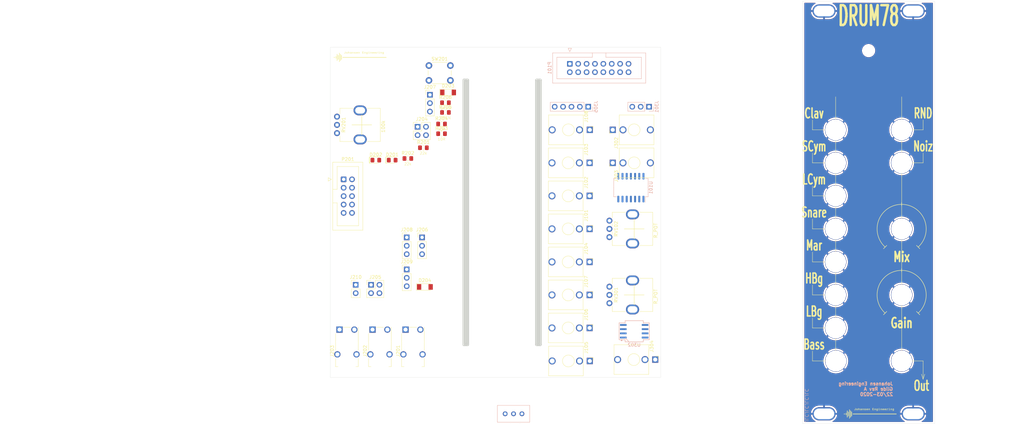
<source format=kicad_pcb>
(kicad_pcb (version 20171130) (host pcbnew "(5.1.9)-1")
  (layers (0 F.Cu signal hide) (31 B.Cu signal hide) (34 B.Paste user) (35 F.Paste user) (36 B.SilkS user) (37 F.SilkS user) (38 B.Mask user) (39 F.Mask user) (44 Edge.Cuts user))
  (net 0 "")
  (net 1 GND)
  (net 2 "Net-(C102-Pad1)")
  (net 3 LBongoTrig)
  (net 4 "Net-(C103-Pad2)")
  (net 5 "Net-(D103-Pad1)")
  (net 6 "Net-(D104-Pad1)")
  (net 7 "Net-(D104-Pad2)")
  (net 8 BassTrig)
  (net 9 "Net-(D105-Pad2)")
  (net 10 "Net-(D106-Pad2)")
  (net 11 "Net-(D107-Pad2)")
  (net 12 HBongoTrig)
  (net 13 ClavesTrig)
  (net 14 "Net-(D108-Pad2)")
  (net 15 "Net-(D109-Pad1)")
  (net 16 "Net-(D109-Pad2)")
  (net 17 +12Vc)
  (net 18 -12Vc)
  (net 19 "Net-(D201-Pad1)")
  (net 20 "Net-(D201-Pad2)")
  (net 21 "Net-(D202-Pad1)")
  (net 22 "Net-(J101-PadTN)")
  (net 23 "Net-(C101-Pad1)")
  (net 24 "Net-(J103-PadT)")
  (net 25 "Net-(C103-Pad1)")
  (net 26 "Net-(J104-PadTN)")
  (net 27 "Net-(C104-Pad1)")
  (net 28 "Net-(J105-PadTN)")
  (net 29 "Net-(J106-PadTN)")
  (net 30 "Net-(C105-Pad1)")
  (net 31 "Net-(J107-PadTN)")
  (net 32 "Net-(C118-Pad1)")
  (net 33 "Net-(J108-PadTN)")
  (net 34 "Net-(C119-Pad1)")
  (net 35 "Net-(J201-PadT)")
  (net 36 "Net-(J202-PadT)")
  (net 37 "Net-(J203-PadT)")
  (net 38 "Net-(J201-PadTN)")
  (net 39 "Net-(J202-PadTN)")
  (net 40 "Net-(J203-PadTN)")
  (net 41 "Net-(J209-Pad1)")
  (net 42 "Net-(J209-Pad2)")
  (net 43 "Net-(J209-Pad3)")
  (net 44 "Net-(J210-Pad1)")
  (net 45 "Net-(J210-Pad2)")
  (net 46 "Net-(J301-Pad3)")
  (net 47 "Net-(J301-Pad2)")
  (net 48 "Net-(J301-Pad1)")
  (net 49 "Net-(J302-PadTN)")
  (net 50 "Net-(J302-PadT)")
  (net 51 "Net-(J303-PadTN)")
  (net 52 "Net-(J304-PadT)")
  (net 53 "Net-(J304-PadTN)")
  (net 54 "Net-(J305-Pad2)")
  (net 55 "Net-(J305-Pad3)")
  (net 56 "Net-(J305-Pad4)")
  (net 57 "Net-(J305-Pad5)")
  (net 58 "Net-(J306-Pad2)")
  (net 59 "Net-(J306-Pad3)")
  (net 60 "Net-(C117-Pad1)")
  (net 61 "Net-(L102-Pad2)")
  (net 62 "Net-(P201-Pad10)")
  (net 63 "Net-(C102-Pad2)")
  (net 64 +5V)
  (net 65 "Net-(Q102-Pad3)")
  (net 66 "Net-(Q102-Pad1)")
  (net 67 "Net-(C111-Pad2)")
  (net 68 "Net-(C112-Pad1)")
  (net 69 "Net-(C106-Pad1)")
  (net 70 "Net-(C104-Pad2)")
  (net 71 "Net-(C105-Pad2)")
  (net 72 "Net-(C107-Pad1)")
  (net 73 "Net-(C108-Pad1)")
  (net 74 "Net-(R119-Pad1)")
  (net 75 "Net-(C109-Pad2)")
  (net 76 "Net-(C113-Pad1)")
  (net 77 "Net-(R121-Pad1)")
  (net 78 "Net-(C110-Pad2)")
  (net 79 "Net-(C114-Pad1)")
  (net 80 BassOut)
  (net 81 LBongoOut)
  (net 82 "Net-(C120-Pad1)")
  (net 83 "Net-(R131-Pad2)")
  (net 84 "Net-(C118-Pad2)")
  (net 85 "Net-(C119-Pad2)")
  (net 86 "Net-(R141-Pad1)")
  (net 87 "Net-(C121-Pad2)")
  (net 88 "Net-(C123-Pad1)")
  (net 89 "Net-(C122-Pad2)")
  (net 90 "Net-(R143-Pad1)")
  (net 91 "Net-(C124-Pad1)")
  (net 92 "Net-(P101-Pad+5)")
  (net 93 HBongoOut)
  (net 94 ClavesOut)
  (net 95 "Net-(P101-Pad+12)")
  (net 96 "Net-(C301-Pad1)")
  (net 97 "Net-(C303-Pad2)")
  (net 98 "Net-(C302-Pad2)")
  (net 99 "Net-(R308-Pad1)")
  (net 100 "Net-(C303-Pad1)")
  (net 101 "Net-(R309-Pad1)")
  (net 102 NDrumsOut)
  (net 103 "Net-(R310-Pad1)")
  (net 104 NoiseOut)
  (net 105 "Net-(R313-Pad2)")
  (net 106 "Net-(R314-Pad1)")
  (net 107 "Net-(R315-Pad1)")
  (net 108 "Net-(R316-Pad1)")
  (module AJ:Johansen_engineering_soldermask_20mm (layer F.Cu) (at 59 61)
    (fp_text reference G*** hide)
    (fp_text value LOGO hide)
  )
  (module AJ:Johansen_engineering_logo_20mm (layer F.Cu) (at 59 53)
    (fp_text reference G*** hide)
    (fp_text value LOGO hide)
  )
  (module AJ:Jack_6m3 (layer F.Cu) (at 223 75)
    (fp_text reference TP105 hide)
    (fp_text value In3)
    (pad 1 thru_hole circle (at 0 0) (size 6.5 6.5) (drill 6.3) (layers *.Cu *.Mask) (net 1 GND))
  )
  (module AJ:Jack_6m3 (layer F.Cu) (at 223 85)
    (fp_text reference TP105 hide)
    (fp_text value In3)
    (pad 1 thru_hole circle (at 0 0) (size 6.5 6.5) (drill 6.3) (layers *.Cu *.Mask) (net 1 GND))
  )
  (module AJ:Jack_6m3 (layer F.Cu) (at 203 75)
    (fp_text reference TP105 hide)
    (fp_text value In3)
    (pad 1 thru_hole circle (at 0 0) (size 6.5 6.5) (drill 6.3) (layers *.Cu *.Mask) (net 1 GND))
  )
  (module AJ:Jack_6m3 (layer F.Cu) (at 203 85)
    (fp_text reference TP105 hide)
    (fp_text value In3)
    (pad 1 thru_hole circle (at 0 0) (size 6.5 6.5) (drill 6.3) (layers *.Cu *.Mask) (net 1 GND))
  )
  (module AJ:Jack_6m3 (layer F.Cu) (at 203 95)
    (fp_text reference TP105 hide)
    (fp_text value In3)
    (pad 1 thru_hole circle (at 0 0) (size 6.5 6.5) (drill 6.3) (layers *.Cu *.Mask) (net 1 GND))
  )
  (module AJ:MountingHole_Eurorack3 (layer F.Cu) (at 226.5 39)
    (fp_text reference H104)
    (fp_text value MountingHole_Pad)
    (pad 1 thru_hole oval (at 0 0) (size 7 4) (drill oval 6.2 3.2) (layers *.Cu *.Mask) (net 1 GND))
  )
  (module AJ:Pot_6m3_scale1 (layer F.Cu) (at 223 125)
    (fp_text reference TP107 hide)
    (fp_text value OFF1)
    (pad 1 thru_hole circle (at 0 0) (size 6.5 6.5) (drill 6.3) (layers *.Cu *.Mask) (net 1 GND))
  )
  (module AJ:MountingHole_Eurorack3 (layer F.Cu) (at 199.5 39)
    (fp_text reference H102)
    (fp_text value MountingHole_Pad)
    (pad 1 thru_hole oval (at 0 0) (size 7 4) (drill oval 6.2 3.2) (layers *.Cu *.Mask) (net 1 GND))
  )
  (module AJ:MountingHole_Eurorack3 (layer B.Cu) (at 199.5 161)
    (fp_text reference H103)
    (fp_text value MountingHole_Pad)
    (pad 1 thru_hole oval (at 0 0) (size 7 4) (drill oval 6.2 3.2) (layers *.Cu *.Mask) (net 1 GND))
  )
  (module AJ:Jack_6m3 (layer F.Cu) (at 203 105)
    (fp_text reference TP107 hide)
    (fp_text value FM)
    (pad 1 thru_hole circle (at 0 0) (size 6.5 6.5) (drill 6.3) (layers *.Cu *.Mask) (net 1 GND))
  )
  (module AJ:LED_Hole_3mm (layer F.Cu) (at 213 51)
    (fp_text reference H101)
    (fp_text value ON)
    (pad "" np_thru_hole circle (at 0 0) (size 3 3) (drill 3) (layers *.Cu *.Mask))
  )
  (module AJ:MountingHole_Eurorack3 (layer B.Cu) (at 226.5 161)
    (fp_text reference H105)
    (fp_text value MountingHole_Pad)
    (pad 1 thru_hole oval (at 0 0) (size 7 4) (drill oval 6.2 3.2) (layers *.Cu *.Mask) (net 1 GND))
  )
  (module AJ:Jack_6m3 (layer F.Cu) (at 203 115)
    (fp_text reference TP102 hide)
    (fp_text value SQ)
    (pad 1 thru_hole circle (at 0 0) (size 6.5 6.5) (drill 6.3) (layers *.Cu *.Mask) (net 1 GND))
  )
  (module AJ:Jack_6m3 (layer F.Cu) (at 203.075001 145)
    (fp_text reference TP106 hide)
    (fp_text value HS)
    (pad 1 thru_hole circle (at 0 0) (size 6.5 6.5) (drill 6.3) (layers *.Cu *.Mask) (net 1 GND))
  )
  (module AJ:Jack_6m3 (layer F.Cu) (at 203 125)
    (fp_text reference TP108 hide)
    (fp_text value PWM)
    (pad 1 thru_hole circle (at 0 0) (size 6.5 6.5) (drill 6.3) (layers *.Cu *.Mask) (net 1 GND))
  )
  (module AJ:Pot_6m3_scale1 (layer F.Cu) (at 223 105)
    (fp_text reference TP112 hide)
    (fp_text value Fine)
    (pad 1 thru_hole circle (at 0 0) (size 6.5 6.5) (drill 6.3) (layers *.Cu *.Mask) (net 1 GND))
  )
  (module AJ:Jack_6m3 (layer F.Cu) (at 223 145)
    (fp_text reference TP105 hide)
    (fp_text value In3)
    (pad 1 thru_hole circle (at 0 0) (size 6.5 6.5) (drill 6.3) (layers *.Cu *.Mask) (net 1 GND))
  )
  (module AJ:Jack_6m3 (layer F.Cu) (at 203 135)
    (fp_text reference TP103 hide)
    (fp_text value In1)
    (pad 1 thru_hole circle (at 0 0) (size 6.5 6.5) (drill 6.3) (layers *.Cu *.Mask) (net 1 GND))
  )
  (module AJ:Johansen_engineering_logo_20mm (layer F.Cu) (at 213.5 161)
    (fp_text reference G*** hide)
    (fp_text value LOGO hide)
  )
  (module Diode_SMD:D_MiniMELF (layer B.Cu) (at 105.325001 236.324999)
    (fp_text reference D101 (at 0 2) (layer B.SilkS) (effects (justify mirror)))
    (fp_text value 1N4148)
    (pad 2 smd rect (at 1.75 0) (size 1.3 1.7) (layers B.Cu B.Paste B.Mask) (net 2 "Net-(C102-Pad1)"))
    (pad 1 smd rect (at -1.75 0) (size 1.3 1.7) (layers B.Cu B.Paste B.Mask) (net 3 LBongoTrig))
  )
  (module Diode_SMD:D_MiniMELF (layer B.Cu) (at 78.675001 209.974999)
    (fp_text reference D102 (at 0 2) (layer B.SilkS) (effects (justify mirror)))
    (fp_text value 1N4148)
    (pad 2 smd rect (at 1.75 0) (size 1.3 1.7) (layers B.Cu B.Paste B.Mask) (net 1 GND))
    (pad 1 smd rect (at -1.75 0) (size 1.3 1.7) (layers B.Cu B.Paste B.Mask) (net 4 "Net-(C103-Pad2)"))
  )
  (module Diode_SMD:D_MiniMELF (layer B.Cu) (at 111.775001 240.874999)
    (fp_text reference D103 (at 0 2) (layer B.SilkS) (effects (justify mirror)))
    (fp_text value 1N4148)
    (pad 2 smd rect (at 1.75 0) (size 1.3 1.7) (layers B.Cu B.Paste B.Mask) (net 4 "Net-(C103-Pad2)"))
    (pad 1 smd rect (at -1.75 0) (size 1.3 1.7) (layers B.Cu B.Paste B.Mask) (net 5 "Net-(D103-Pad1)"))
  )
  (module Diode_SMD:D_MiniMELF (layer B.Cu) (at 78.575001 206.724999)
    (fp_text reference D104 (at 0 2) (layer B.SilkS) (effects (justify mirror)))
    (fp_text value 1N4148)
    (pad 1 smd rect (at -1.75 0) (size 1.3 1.7) (layers B.Cu B.Paste B.Mask) (net 6 "Net-(D104-Pad1)"))
    (pad 2 smd rect (at 1.75 0) (size 1.3 1.7) (layers B.Cu B.Paste B.Mask) (net 7 "Net-(D104-Pad2)"))
  )
  (module Diode_SMD:D_MiniMELF (layer B.Cu) (at 89.875001 217.474999)
    (fp_text reference D105 (at 0 2) (layer B.SilkS) (effects (justify mirror)))
    (fp_text value 1N4148)
    (pad 1 smd rect (at -1.75 0) (size 1.3 1.7) (layers B.Cu B.Paste B.Mask) (net 8 BassTrig))
    (pad 2 smd rect (at 1.75 0) (size 1.3 1.7) (layers B.Cu B.Paste B.Mask) (net 9 "Net-(D105-Pad2)"))
  )
  (module Diode_SMD:D_MiniMELF (layer B.Cu) (at 72.325001 209.974999)
    (fp_text reference D106 (at 0 2) (layer B.SilkS) (effects (justify mirror)))
    (fp_text value 1N4148)
    (pad 1 smd rect (at -1.75 0) (size 1.3 1.7) (layers B.Cu B.Paste B.Mask) (net 3 LBongoTrig))
    (pad 2 smd rect (at 1.75 0) (size 1.3 1.7) (layers B.Cu B.Paste B.Mask) (net 10 "Net-(D106-Pad2)"))
  )
  (module Diode_SMD:D_MiniMELF (layer B.Cu) (at 69.285001 202.174999)
    (fp_text reference D107 (at 0 2) (layer B.SilkS) (effects (justify mirror)))
    (fp_text value 1N4148)
    (pad 2 smd rect (at 1.75 0) (size 1.3 1.7) (layers B.Cu B.Paste B.Mask) (net 11 "Net-(D107-Pad2)"))
    (pad 1 smd rect (at -1.75 0) (size 1.3 1.7) (layers B.Cu B.Paste B.Mask) (net 12 HBongoTrig))
  )
  (module Diode_SMD:D_MiniMELF (layer B.Cu) (at 72.225001 205.424999)
    (fp_text reference D108 (at 0 2) (layer B.SilkS) (effects (justify mirror)))
    (fp_text value 1N4148)
    (pad 1 smd rect (at -1.75 0) (size 1.3 1.7) (layers B.Cu B.Paste B.Mask) (net 13 ClavesTrig))
    (pad 2 smd rect (at 1.75 0) (size 1.3 1.7) (layers B.Cu B.Paste B.Mask) (net 14 "Net-(D108-Pad2)"))
  )
  (module AJ:D_0805_AJ (layer B.Cu) (at 68.685001 199.029999)
    (fp_text reference D109 (at 0 1.65) (layer B.SilkS) (effects (justify mirror)))
    (fp_text value "On LED")
    (pad 1 smd roundrect (at -1.025 0) (size 1.15 1.4) (layers B.Cu B.Paste B.Mask) (roundrect_rratio 0.217391) (net 15 "Net-(D109-Pad1)"))
    (pad 2 smd roundrect (at 1.025 0) (size 1.15 1.4) (layers B.Cu B.Paste B.Mask) (roundrect_rratio 0.217391) (net 16 "Net-(D109-Pad2)"))
  )
  (module Diode_SMD:D_MiniMELF (layer B.Cu) (at 66.925001 223.524999)
    (fp_text reference D110 (at 0 2) (layer B.SilkS) (effects (justify mirror)))
    (fp_text value 1N4007)
    (pad 1 smd rect (at -1.75 0) (size 1.3 1.7) (layers B.Cu B.Paste B.Mask) (net 17 +12Vc))
    (pad 2 smd rect (at 1.75 0) (size 1.3 1.7) (layers B.Cu B.Paste B.Mask) (net 1 GND))
  )
  (module Diode_SMD:D_MiniMELF (layer B.Cu) (at 65.875001 205.424999)
    (fp_text reference D111 (at 0 2) (layer B.SilkS) (effects (justify mirror)))
    (fp_text value 1N4007)
    (pad 2 smd rect (at 1.75 0) (size 1.3 1.7) (layers B.Cu B.Paste B.Mask) (net 18 -12Vc))
    (pad 1 smd rect (at -1.75 0) (size 1.3 1.7) (layers B.Cu B.Paste B.Mask) (net 1 GND))
  )
  (module AJ:D_0805_AJ (layer F.Cu) (at 68.705001 84.170001)
    (fp_text reference D201 (at 0 -1.65) (layer F.SilkS))
    (fp_text value "On LED")
    (pad 1 smd roundrect (at -1.025 0) (size 1.15 1.4) (layers F.Cu F.Paste F.Mask) (roundrect_rratio 0.217391) (net 19 "Net-(D201-Pad1)"))
    (pad 2 smd roundrect (at 1.025 0) (size 1.15 1.4) (layers F.Cu F.Paste F.Mask) (roundrect_rratio 0.217391) (net 20 "Net-(D201-Pad2)"))
  )
  (module AJ:D_0805_AJ (layer F.Cu) (at 63.755001 84.170001)
    (fp_text reference D202 (at 0 -1.65) (layer F.SilkS))
    (fp_text value "On LED")
    (pad 2 smd roundrect (at 1.025 0) (size 1.15 1.4) (layers F.Cu F.Paste F.Mask) (roundrect_rratio 0.217391) (net 19 "Net-(D201-Pad1)"))
    (pad 1 smd roundrect (at -1.025 0) (size 1.15 1.4) (layers F.Cu F.Paste F.Mask) (roundrect_rratio 0.217391) (net 21 "Net-(D202-Pad1)"))
  )
  (module Diode_SMD:D_MiniMELF (layer F.Cu) (at 85.635001 63.675001)
    (fp_text reference D203 (at 0 -2) (layer F.SilkS))
    (fp_text value 1N4007)
    (pad 1 smd rect (at -1.75 0) (size 1.3 1.7) (layers F.Cu F.Paste F.Mask) (net 17 +12Vc))
    (pad 2 smd rect (at 1.75 0) (size 1.3 1.7) (layers F.Cu F.Paste F.Mask) (net 1 GND))
  )
  (module Diode_SMD:D_MiniMELF (layer F.Cu) (at 78.605001 122.575001)
    (fp_text reference D204 (at 0 -2) (layer F.SilkS))
    (fp_text value 1N4007)
    (pad 2 smd rect (at 1.75 0) (size 1.3 1.7) (layers F.Cu F.Paste F.Mask) (net 18 -12Vc))
    (pad 1 smd rect (at -1.75 0) (size 1.3 1.7) (layers F.Cu F.Paste F.Mask) (net 1 GND))
  )
  (module Connector_Audio:Jack_3.5mm_QingPu_WQP-PJ398SM_Vertical_CircularHoles (layer F.Cu) (at 128.5 105 270)
    (fp_text reference J101 (at -4.03 1.08 270) (layer F.SilkS))
    (fp_text value Snare)
    (pad T thru_hole circle (at 0 11.4 90) (size 2.13 2.13) (drill 1.43) (layers *.Cu *.Mask) (net 2 "Net-(C102-Pad1)"))
    (pad S thru_hole rect (at 0 0 90) (size 1.93 1.83) (drill 1.22) (layers *.Cu *.Mask) (net 1 GND))
    (pad TN thru_hole circle (at 0 3.1 90) (size 2.13 2.13) (drill 1.42) (layers *.Cu *.Mask) (net 22 "Net-(J101-PadTN)"))
  )
  (module Connector_Audio:Jack_3.5mm_QingPu_WQP-PJ398SM_Vertical_CircularHoles (layer F.Cu) (at 128.5 95 270)
    (fp_text reference J102 (at -4.03 1.08 270) (layer F.SilkS))
    (fp_text value LCymbals)
    (pad TN thru_hole circle (at 0 3.1 90) (size 2.13 2.13) (drill 1.42) (layers *.Cu *.Mask) (net 22 "Net-(J101-PadTN)"))
    (pad S thru_hole rect (at 0 0 90) (size 1.93 1.83) (drill 1.22) (layers *.Cu *.Mask) (net 1 GND))
    (pad T thru_hole circle (at 0 11.4 90) (size 2.13 2.13) (drill 1.43) (layers *.Cu *.Mask) (net 23 "Net-(C101-Pad1)"))
  )
  (module Connector_Audio:Jack_3.5mm_QingPu_WQP-PJ398SM_Vertical_CircularHoles (layer F.Cu) (at 128.5 85 270)
    (fp_text reference J103 (at -4.03 1.08 270) (layer F.SilkS))
    (fp_text value SCymbals)
    (pad TN thru_hole circle (at 0 3.1 90) (size 2.13 2.13) (drill 1.42) (layers *.Cu *.Mask) (net 22 "Net-(J101-PadTN)"))
    (pad S thru_hole rect (at 0 0 90) (size 1.93 1.83) (drill 1.22) (layers *.Cu *.Mask) (net 1 GND))
    (pad T thru_hole circle (at 0 11.4 90) (size 2.13 2.13) (drill 1.43) (layers *.Cu *.Mask) (net 24 "Net-(J103-PadT)"))
  )
  (module Connector_Audio:Jack_3.5mm_QingPu_WQP-PJ398SM_Vertical_CircularHoles (layer F.Cu) (at 128.5 115 270)
    (fp_text reference J104 (at -4.03 1.08 270) (layer F.SilkS))
    (fp_text value Maracas)
    (pad T thru_hole circle (at 0 11.4 90) (size 2.13 2.13) (drill 1.43) (layers *.Cu *.Mask) (net 25 "Net-(C103-Pad1)"))
    (pad S thru_hole rect (at 0 0 90) (size 1.93 1.83) (drill 1.22) (layers *.Cu *.Mask) (net 1 GND))
    (pad TN thru_hole circle (at 0 3.1 90) (size 2.13 2.13) (drill 1.42) (layers *.Cu *.Mask) (net 26 "Net-(J104-PadTN)"))
  )
  (module Connector_Audio:Jack_3.5mm_QingPu_WQP-PJ398SM_Vertical_CircularHoles (layer F.Cu) (at 128.554999 145 270)
    (fp_text reference J105 (at -4.03 1.08 270) (layer F.SilkS))
    (fp_text value Bass)
    (pad T thru_hole circle (at 0 11.4 90) (size 2.13 2.13) (drill 1.43) (layers *.Cu *.Mask) (net 27 "Net-(C104-Pad1)"))
    (pad S thru_hole rect (at 0 0 90) (size 1.93 1.83) (drill 1.22) (layers *.Cu *.Mask) (net 1 GND))
    (pad TN thru_hole circle (at 0 3.1 90) (size 2.13 2.13) (drill 1.42) (layers *.Cu *.Mask) (net 28 "Net-(J105-PadTN)"))
  )
  (module Connector_Audio:Jack_3.5mm_QingPu_WQP-PJ398SM_Vertical_CircularHoles (layer F.Cu) (at 128.5 135 270)
    (fp_text reference J106 (at -4.03 1.08 270) (layer F.SilkS))
    (fp_text value LBongo)
    (pad TN thru_hole circle (at 0 3.1 90) (size 2.13 2.13) (drill 1.42) (layers *.Cu *.Mask) (net 29 "Net-(J106-PadTN)"))
    (pad S thru_hole rect (at 0 0 90) (size 1.93 1.83) (drill 1.22) (layers *.Cu *.Mask) (net 1 GND))
    (pad T thru_hole circle (at 0 11.4 90) (size 2.13 2.13) (drill 1.43) (layers *.Cu *.Mask) (net 30 "Net-(C105-Pad1)"))
  )
  (module Connector_Audio:Jack_3.5mm_QingPu_WQP-PJ398SM_Vertical_CircularHoles (layer F.Cu) (at 128.5 125 270)
    (fp_text reference J107 (at -4.03 1.08 270) (layer F.SilkS))
    (fp_text value HBongo)
    (pad TN thru_hole circle (at 0 3.1 90) (size 2.13 2.13) (drill 1.42) (layers *.Cu *.Mask) (net 31 "Net-(J107-PadTN)"))
    (pad S thru_hole rect (at 0 0 90) (size 1.93 1.83) (drill 1.22) (layers *.Cu *.Mask) (net 1 GND))
    (pad T thru_hole circle (at 0 11.4 90) (size 2.13 2.13) (drill 1.43) (layers *.Cu *.Mask) (net 32 "Net-(C118-Pad1)"))
  )
  (module Connector_Audio:Jack_3.5mm_QingPu_WQP-PJ398SM_Vertical_CircularHoles (layer F.Cu) (at 128.554999 75 270)
    (fp_text reference J108 (at -4.03 1.08 270) (layer F.SilkS))
    (fp_text value Claves)
    (pad TN thru_hole circle (at 0 3.1 90) (size 2.13 2.13) (drill 1.42) (layers *.Cu *.Mask) (net 33 "Net-(J108-PadTN)"))
    (pad S thru_hole rect (at 0 0 90) (size 1.93 1.83) (drill 1.22) (layers *.Cu *.Mask) (net 1 GND))
    (pad T thru_hole circle (at 0 11.4 90) (size 2.13 2.13) (drill 1.43) (layers *.Cu *.Mask) (net 34 "Net-(C119-Pad1)"))
  )
  (module Connector_Audio:Jack_3.5mm_Switronic_ST-005-G_horizontal (layer F.Cu) (at 75 142 90)
    (fp_text reference J201 (at 0 -4.5 90) (layer F.SilkS))
    (fp_text value AudioJack2_SwitchT)
    (pad T thru_hole circle (at -1 -2.9 90) (size 1.9 1.9) (drill 1.2) (layers *.Cu *.Mask) (net 35 "Net-(J201-PadT)"))
    (pad T thru_hole circle (at -1 2.9 90) (size 1.9 1.9) (drill 1.2) (layers *.Cu *.Mask) (net 35 "Net-(J201-PadT)"))
    (pad R thru_hole rect (at 6.5 -2.25 90) (size 1.9 1.9) (drill 1.2) (layers *.Cu *.Mask))
    (pad S thru_hole circle (at 6.5 2.25 90) (size 1.9 1.9) (drill 1.2) (layers *.Cu *.Mask) (net 1 GND))
    (pad "" np_thru_hole circle (at 2.5 2.5 90) (size 1 1) (drill 1) (layers *.Cu *.Mask))
    (pad "" np_thru_hole circle (at 2.5 -2.5 90) (size 1 1) (drill 1) (layers *.Cu *.Mask))
  )
  (module Connector_Audio:Jack_3.5mm_Switronic_ST-005-G_horizontal (layer F.Cu) (at 65 142 90)
    (fp_text reference J202 (at 0 -4.5 90) (layer F.SilkS))
    (fp_text value AudioJack2_SwitchT)
    (pad T thru_hole circle (at -1 -2.9 90) (size 1.9 1.9) (drill 1.2) (layers *.Cu *.Mask) (net 36 "Net-(J202-PadT)"))
    (pad T thru_hole circle (at -1 2.9 90) (size 1.9 1.9) (drill 1.2) (layers *.Cu *.Mask) (net 36 "Net-(J202-PadT)"))
    (pad R thru_hole rect (at 6.5 -2.25 90) (size 1.9 1.9) (drill 1.2) (layers *.Cu *.Mask))
    (pad S thru_hole circle (at 6.5 2.25 90) (size 1.9 1.9) (drill 1.2) (layers *.Cu *.Mask) (net 1 GND))
    (pad "" np_thru_hole circle (at 2.5 2.5 90) (size 1 1) (drill 1) (layers *.Cu *.Mask))
    (pad "" np_thru_hole circle (at 2.5 -2.5 90) (size 1 1) (drill 1) (layers *.Cu *.Mask))
  )
  (module Connector_Audio:Jack_3.5mm_Switronic_ST-005-G_horizontal (layer F.Cu) (at 55 142 90)
    (fp_text reference J203 (at 0 -4.5 90) (layer F.SilkS))
    (fp_text value AudioJack2_SwitchT)
    (pad "" np_thru_hole circle (at 2.5 -2.5 90) (size 1 1) (drill 1) (layers *.Cu *.Mask))
    (pad "" np_thru_hole circle (at 2.5 2.5 90) (size 1 1) (drill 1) (layers *.Cu *.Mask))
    (pad S thru_hole circle (at 6.5 2.25 90) (size 1.9 1.9) (drill 1.2) (layers *.Cu *.Mask) (net 1 GND))
    (pad R thru_hole rect (at 6.5 -2.25 90) (size 1.9 1.9) (drill 1.2) (layers *.Cu *.Mask))
    (pad T thru_hole circle (at -1 2.9 90) (size 1.9 1.9) (drill 1.2) (layers *.Cu *.Mask) (net 37 "Net-(J203-PadT)"))
    (pad T thru_hole circle (at -1 -2.9 90) (size 1.9 1.9) (drill 1.2) (layers *.Cu *.Mask) (net 37 "Net-(J203-PadT)"))
  )
  (module Connector_PinHeader_2.54mm:PinHeader_2x02_P2.54mm_Vertical (layer F.Cu) (at 76.405001 74.075001)
    (fp_text reference J204 (at 1.27 -2.33) (layer F.SilkS))
    (fp_text value "Power +")
    (pad 4 thru_hole oval (at 2.54 2.54) (size 1.7 1.7) (drill 1) (layers *.Cu *.Mask) (net 1 GND))
    (pad 3 thru_hole oval (at 0 2.54) (size 1.7 1.7) (drill 1) (layers *.Cu *.Mask) (net 17 +12Vc))
    (pad 2 thru_hole oval (at 2.54 0) (size 1.7 1.7) (drill 1) (layers *.Cu *.Mask) (net 1 GND))
    (pad 1 thru_hole rect (at 0 0) (size 1.7 1.7) (drill 1) (layers *.Cu *.Mask) (net 17 +12Vc))
  )
  (module Connector_PinHeader_2.54mm:PinHeader_2x02_P2.54mm_Vertical (layer F.Cu) (at 62.305001 121.925001)
    (fp_text reference J205 (at 1.27 -2.33) (layer F.SilkS))
    (fp_text value "Power -")
    (pad 1 thru_hole rect (at 0 0) (size 1.7 1.7) (drill 1) (layers *.Cu *.Mask) (net 1 GND))
    (pad 2 thru_hole oval (at 2.54 0) (size 1.7 1.7) (drill 1) (layers *.Cu *.Mask) (net 18 -12Vc))
    (pad 3 thru_hole oval (at 0 2.54) (size 1.7 1.7) (drill 1) (layers *.Cu *.Mask) (net 1 GND))
    (pad 4 thru_hole oval (at 2.54 2.54) (size 1.7 1.7) (drill 1) (layers *.Cu *.Mask) (net 18 -12Vc))
  )
  (module Connector_PinHeader_2.54mm:PinHeader_1x03_P2.54mm_Vertical (layer F.Cu) (at 77.755001 107.575001)
    (fp_text reference J206 (at 0 -2.33) (layer F.SilkS))
    (fp_text value Conn_01x03_Male)
    (pad 3 thru_hole oval (at 0 5.08) (size 1.7 1.7) (drill 1) (layers *.Cu *.Mask) (net 38 "Net-(J201-PadTN)"))
    (pad 2 thru_hole oval (at 0 2.54) (size 1.7 1.7) (drill 1) (layers *.Cu *.Mask) (net 35 "Net-(J201-PadT)"))
    (pad 1 thru_hole rect (at 0 0) (size 1.7 1.7) (drill 1) (layers *.Cu *.Mask) (net 1 GND))
  )
  (module Connector_PinHeader_2.54mm:PinHeader_1x03_P2.54mm_Vertical (layer F.Cu) (at 80.135001 64.375001)
    (fp_text reference J207 (at 0 -2.33) (layer F.SilkS))
    (fp_text value Conn_01x03_Male)
    (pad 3 thru_hole oval (at 0 5.08) (size 1.7 1.7) (drill 1) (layers *.Cu *.Mask) (net 39 "Net-(J202-PadTN)"))
    (pad 2 thru_hole oval (at 0 2.54) (size 1.7 1.7) (drill 1) (layers *.Cu *.Mask) (net 36 "Net-(J202-PadT)"))
    (pad 1 thru_hole rect (at 0 0) (size 1.7 1.7) (drill 1) (layers *.Cu *.Mask) (net 1 GND))
  )
  (module Connector_PinHeader_2.54mm:PinHeader_1x03_P2.54mm_Vertical (layer F.Cu) (at 73.105001 107.575001)
    (fp_text reference J208 (at 0 -2.33) (layer F.SilkS))
    (fp_text value Conn_01x03_Male)
    (pad 1 thru_hole rect (at 0 0) (size 1.7 1.7) (drill 1) (layers *.Cu *.Mask) (net 1 GND))
    (pad 2 thru_hole oval (at 0 2.54) (size 1.7 1.7) (drill 1) (layers *.Cu *.Mask) (net 37 "Net-(J203-PadT)"))
    (pad 3 thru_hole oval (at 0 5.08) (size 1.7 1.7) (drill 1) (layers *.Cu *.Mask) (net 40 "Net-(J203-PadTN)"))
  )
  (module Connector_PinHeader_2.54mm:PinHeader_1x03_P2.54mm_Vertical (layer F.Cu) (at 73.105001 117.275001)
    (fp_text reference J209 (at 0 -2.33) (layer F.SilkS))
    (fp_text value Conn_01x03_Male)
    (pad 1 thru_hole rect (at 0 0) (size 1.7 1.7) (drill 1) (layers *.Cu *.Mask) (net 41 "Net-(J209-Pad1)"))
    (pad 2 thru_hole oval (at 0 2.54) (size 1.7 1.7) (drill 1) (layers *.Cu *.Mask) (net 42 "Net-(J209-Pad2)"))
    (pad 3 thru_hole oval (at 0 5.08) (size 1.7 1.7) (drill 1) (layers *.Cu *.Mask) (net 43 "Net-(J209-Pad3)"))
  )
  (module Connector_PinHeader_2.54mm:PinHeader_1x02_P2.54mm_Vertical (layer F.Cu) (at 57.655001 121.925001)
    (fp_text reference J210 (at 0 -2.33) (layer F.SilkS))
    (fp_text value Conn_01x02_Male)
    (pad 1 thru_hole rect (at 0 0) (size 1.7 1.7) (drill 1) (layers *.Cu *.Mask) (net 44 "Net-(J210-Pad1)"))
    (pad 2 thru_hole oval (at 0 2.54) (size 1.7 1.7) (drill 1) (layers *.Cu *.Mask) (net 45 "Net-(J210-Pad2)"))
  )
  (module Connector_PinHeader_2.54mm:PinHeader_1x03_P2.54mm_Vertical (layer B.Cu) (at 146.5 68 90)
    (fp_text reference J301 (at 0 2.33 90) (layer B.SilkS) (effects (justify mirror)))
    (fp_text value Tone/Noise)
    (pad 3 thru_hole oval (at 0 -5.08 90) (size 1.7 1.7) (drill 1) (layers *.Cu *.Mask) (net 46 "Net-(J301-Pad3)"))
    (pad 2 thru_hole oval (at 0 -2.54 90) (size 1.7 1.7) (drill 1) (layers *.Cu *.Mask) (net 47 "Net-(J301-Pad2)"))
    (pad 1 thru_hole rect (at 0 0 90) (size 1.7 1.7) (drill 1) (layers *.Cu *.Mask) (net 48 "Net-(J301-Pad1)"))
  )
  (module Connector_Audio:Jack_3.5mm_QingPu_WQP-PJ398SM_Vertical_CircularHoles (layer F.Cu) (at 135.5 75 90)
    (fp_text reference J302 (at -4.03 1.08 270) (layer F.SilkS))
    (fp_text value RND)
    (pad TN thru_hole circle (at 0 3.1 270) (size 2.13 2.13) (drill 1.42) (layers *.Cu *.Mask) (net 49 "Net-(J302-PadTN)"))
    (pad S thru_hole rect (at 0 0 270) (size 1.93 1.83) (drill 1.22) (layers *.Cu *.Mask) (net 1 GND))
    (pad T thru_hole circle (at 0 11.4 270) (size 2.13 2.13) (drill 1.43) (layers *.Cu *.Mask) (net 50 "Net-(J302-PadT)"))
  )
  (module Connector_Audio:Jack_3.5mm_QingPu_WQP-PJ398SM_Vertical_CircularHoles (layer F.Cu) (at 135.5 85 90)
    (fp_text reference J303 (at -4.03 1.08 270) (layer F.SilkS))
    (fp_text value TONE)
    (pad T thru_hole circle (at 0 11.4 270) (size 2.13 2.13) (drill 1.43) (layers *.Cu *.Mask) (net 47 "Net-(J301-Pad2)"))
    (pad S thru_hole rect (at 0 0 270) (size 1.93 1.83) (drill 1.22) (layers *.Cu *.Mask) (net 1 GND))
    (pad TN thru_hole circle (at 0 3.1 270) (size 2.13 2.13) (drill 1.42) (layers *.Cu *.Mask) (net 51 "Net-(J303-PadTN)"))
  )
  (module Connector_Audio:Jack_3.5mm_QingPu_WQP-PJ398SM_Vertical_CircularHoles (layer F.Cu) (at 148.374999 144.575001 270)
    (fp_text reference J304 (at -4.03 1.08 270) (layer F.SilkS))
    (fp_text value DRUM_OUT)
    (pad T thru_hole circle (at 0 11.4 90) (size 2.13 2.13) (drill 1.43) (layers *.Cu *.Mask) (net 52 "Net-(J304-PadT)"))
    (pad S thru_hole rect (at 0 0 90) (size 1.93 1.83) (drill 1.22) (layers *.Cu *.Mask) (net 1 GND))
    (pad TN thru_hole circle (at 0 3.1 90) (size 2.13 2.13) (drill 1.42) (layers *.Cu *.Mask) (net 53 "Net-(J304-PadTN)"))
  )
  (module Connector_PinHeader_2.54mm:PinHeader_1x05_P2.54mm_Vertical (layer B.Cu) (at 128.08 68 90)
    (fp_text reference J305 (at 0 2.33 90) (layer B.SilkS) (effects (justify mirror)))
    (fp_text value Tones)
    (pad 1 thru_hole rect (at 0 0 90) (size 1.7 1.7) (drill 1) (layers *.Cu *.Mask) (net 1 GND))
    (pad 2 thru_hole oval (at 0 -2.54 90) (size 1.7 1.7) (drill 1) (layers *.Cu *.Mask) (net 54 "Net-(J305-Pad2)"))
    (pad 3 thru_hole oval (at 0 -5.08 90) (size 1.7 1.7) (drill 1) (layers *.Cu *.Mask) (net 55 "Net-(J305-Pad3)"))
    (pad 4 thru_hole oval (at 0 -7.62 90) (size 1.7 1.7) (drill 1) (layers *.Cu *.Mask) (net 56 "Net-(J305-Pad4)"))
    (pad 5 thru_hole oval (at 0 -10.16 90) (size 1.7 1.7) (drill 1) (layers *.Cu *.Mask) (net 57 "Net-(J305-Pad5)"))
  )
  (module Connector_PinHeader_2.54mm:PinHeader_1x03_P2.54mm_Vertical (layer B.Cu) (at 147 175 90)
    (fp_text reference J306 (at 0 2.33 90) (layer B.SilkS) (effects (justify mirror)))
    (fp_text value Noise)
    (pad 1 thru_hole rect (at 0 0 90) (size 1.7 1.7) (drill 1) (layers *.Cu *.Mask) (net 1 GND))
    (pad 2 thru_hole oval (at 0 -2.54 90) (size 1.7 1.7) (drill 1) (layers *.Cu *.Mask) (net 58 "Net-(J306-Pad2)"))
    (pad 3 thru_hole oval (at 0 -5.08 90) (size 1.7 1.7) (drill 1) (layers *.Cu *.Mask) (net 59 "Net-(J306-Pad3)"))
  )
  (module Inductor_THT:L_Radial_D7.5mm_P3.50mm_Fastron_07P (layer B.Cu) (at 57.475001 220.624999)
    (fp_text reference L101 (at 1.75 5) (layer B.SilkS) (effects (justify mirror)))
    (fp_text value 100mH)
    (pad 2 thru_hole circle (at 3.5 0) (size 2.6 2.6) (drill 1.3) (layers *.Cu *.Mask) (net 60 "Net-(C117-Pad1)"))
    (pad 1 thru_hole circle (at 0 0) (size 2.6 2.6) (drill 1.3) (layers *.Cu *.Mask) (net 17 +12Vc))
  )
  (module Inductor_THT:L_Radial_D7.5mm_P3.50mm_Fastron_07P (layer B.Cu) (at 56.425001 207.074999)
    (fp_text reference L102 (at 1.75 5) (layer B.SilkS) (effects (justify mirror)))
    (fp_text value 100mH)
    (pad 1 thru_hole circle (at 0 0) (size 2.6 2.6) (drill 1.3) (layers *.Cu *.Mask) (net 17 +12Vc))
    (pad 2 thru_hole circle (at 3.5 0) (size 2.6 2.6) (drill 1.3) (layers *.Cu *.Mask) (net 61 "Net-(L102-Pad2)"))
  )
  (module Inductor_SMD:L_1206_3216Metric (layer B.Cu) (at 105.025001 232.974999)
    (fp_text reference L103 (at 0 1.9) (layer B.SilkS) (effects (justify mirror)))
    (fp_text value 100mH)
    (pad 2 smd roundrect (at 1.575 0) (size 1.05 1.9) (layers B.Cu B.Paste B.Mask) (roundrect_rratio 0.238095) (net 60 "Net-(C117-Pad1)"))
    (pad 1 smd roundrect (at -1.575 0) (size 1.05 1.9) (layers B.Cu B.Paste B.Mask) (roundrect_rratio 0.238095) (net 17 +12Vc))
  )
  (module Inductor_SMD:L_1206_3216Metric (layer B.Cu) (at 84.725001 209.874999)
    (fp_text reference L104 (at 0 1.9) (layer B.SilkS) (effects (justify mirror)))
    (fp_text value 100mH)
    (pad 1 smd roundrect (at -1.575 0) (size 1.05 1.9) (layers B.Cu B.Paste B.Mask) (roundrect_rratio 0.238095) (net 17 +12Vc))
    (pad 2 smd roundrect (at 1.575 0) (size 1.05 1.9) (layers B.Cu B.Paste B.Mask) (roundrect_rratio 0.238095) (net 61 "Net-(L102-Pad2)"))
  )
  (module Connector_IDC:IDC-Header_2x05_P2.54mm_Vertical (layer F.Cu) (at 54 90)
    (fp_text reference P201 (at 1.27 -6.1) (layer F.SilkS))
    (fp_text value HEADER_2x5_Doepfer)
    (pad 1 thru_hole roundrect (at 0 0) (size 1.7 1.7) (drill 1) (layers *.Cu *.Mask) (roundrect_rratio 0.147059) (net 21 "Net-(D202-Pad1)"))
    (pad 3 thru_hole circle (at 0 2.54) (size 1.7 1.7) (drill 1) (layers *.Cu *.Mask) (net 1 GND))
    (pad 5 thru_hole circle (at 0 5.08) (size 1.7 1.7) (drill 1) (layers *.Cu *.Mask) (net 1 GND))
    (pad 7 thru_hole circle (at 0 7.62) (size 1.7 1.7) (drill 1) (layers *.Cu *.Mask) (net 1 GND))
    (pad 9 thru_hole circle (at 0 10.16) (size 1.7 1.7) (drill 1) (layers *.Cu *.Mask) (net 62 "Net-(P201-Pad10)"))
    (pad 2 thru_hole circle (at 2.54 0) (size 1.7 1.7) (drill 1) (layers *.Cu *.Mask) (net 21 "Net-(D202-Pad1)"))
    (pad 4 thru_hole circle (at 2.54 2.54) (size 1.7 1.7) (drill 1) (layers *.Cu *.Mask) (net 1 GND))
    (pad 6 thru_hole circle (at 2.54 5.08) (size 1.7 1.7) (drill 1) (layers *.Cu *.Mask) (net 1 GND))
    (pad 8 thru_hole circle (at 2.54 7.62) (size 1.7 1.7) (drill 1) (layers *.Cu *.Mask) (net 1 GND))
    (pad 10 thru_hole circle (at 2.54 10.16) (size 1.7 1.7) (drill 1) (layers *.Cu *.Mask) (net 62 "Net-(P201-Pad10)"))
  )
  (module Package_TO_SOT_SMD:SOT-23_Handsoldering (layer B.Cu) (at 65.925001 209.324999)
    (fp_text reference Q101 (at 0 2.5) (layer B.SilkS) (effects (justify mirror)))
    (fp_text value 2N3904)
    (pad 1 smd rect (at -1.5 0.95) (size 1.9 0.8) (layers B.Cu B.Paste B.Mask) (net 7 "Net-(D104-Pad2)"))
    (pad 2 smd rect (at -1.5 -0.95) (size 1.9 0.8) (layers B.Cu B.Paste B.Mask) (net 63 "Net-(C102-Pad2)"))
    (pad 3 smd rect (at 1.5 0) (size 1.9 0.8) (layers B.Cu B.Paste B.Mask) (net 64 +5V))
  )
  (module Package_TO_SOT_SMD:SOT-23_Handsoldering (layer B.Cu) (at 56.435001 188.5)
    (fp_text reference Q102 (at 0 2.5) (layer B.SilkS) (effects (justify mirror)))
    (fp_text value 2N3904)
    (pad 3 smd rect (at 1.5 0) (size 1.9 0.8) (layers B.Cu B.Paste B.Mask) (net 65 "Net-(Q102-Pad3)"))
    (pad 2 smd rect (at -1.5 -0.95) (size 1.9 0.8) (layers B.Cu B.Paste B.Mask) (net 1 GND))
    (pad 1 smd rect (at -1.5 0.95) (size 1.9 0.8) (layers B.Cu B.Paste B.Mask) (net 66 "Net-(Q102-Pad1)"))
  )
  (module Package_TO_SOT_SMD:SOT-23_Handsoldering (layer B.Cu) (at 105.375001 240.224999)
    (fp_text reference Q103 (at 0 2.5) (layer B.SilkS) (effects (justify mirror)))
    (fp_text value 2N3904)
    (pad 3 smd rect (at 1.5 0) (size 1.9 0.8) (layers B.Cu B.Paste B.Mask) (net 60 "Net-(C117-Pad1)"))
    (pad 2 smd rect (at -1.5 -0.95) (size 1.9 0.8) (layers B.Cu B.Paste B.Mask) (net 67 "Net-(C111-Pad2)"))
    (pad 1 smd rect (at -1.5 0.95) (size 1.9 0.8) (layers B.Cu B.Paste B.Mask) (net 1 GND))
  )
  (module Package_TO_SOT_SMD:SOT-23_Handsoldering (layer B.Cu) (at 62.885001 200.274999)
    (fp_text reference Q104 (at 0 2.5) (layer B.SilkS) (effects (justify mirror)))
    (fp_text value 2N3904)
    (pad 1 smd rect (at -1.5 0.95) (size 1.9 0.8) (layers B.Cu B.Paste B.Mask) (net 1 GND))
    (pad 2 smd rect (at -1.5 -0.95) (size 1.9 0.8) (layers B.Cu B.Paste B.Mask) (net 68 "Net-(C112-Pad1)"))
    (pad 3 smd rect (at 1.5 0) (size 1.9 0.8) (layers B.Cu B.Paste B.Mask) (net 61 "Net-(L102-Pad2)"))
  )
  (module AJ:R_0805_AJ (layer B.Cu) (at 104.475001 226.674999)
    (fp_text reference R101 (at 0 1.65) (layer B.SilkS) (effects (justify mirror)))
    (fp_text value 10k (at 0 -1.65) (layer B.SilkS) (effects (font (size 0.8 0.8) (thickness 0.1)) (justify mirror)))
    (pad 1 smd roundrect (at -1.025 0) (size 1.15 1.4) (layers B.Cu B.Paste B.Mask) (roundrect_rratio 0.217391) (net 1 GND))
    (pad 2 smd roundrect (at 1.025 0) (size 1.15 1.4) (layers B.Cu B.Paste B.Mask) (roundrect_rratio 0.217391) (net 22 "Net-(J101-PadTN)"))
  )
  (module AJ:R_0805_AJ (layer B.Cu) (at 89.975001 211.424999)
    (fp_text reference R102 (at 0 1.65) (layer B.SilkS) (effects (justify mirror)))
    (fp_text value 22k (at 0 -1.65) (layer B.SilkS) (effects (font (size 0.8 0.8) (thickness 0.1)) (justify mirror)))
    (pad 2 smd roundrect (at 1.025 0) (size 1.15 1.4) (layers B.Cu B.Paste B.Mask) (roundrect_rratio 0.217391) (net 1 GND))
    (pad 1 smd roundrect (at -1.025 0) (size 1.15 1.4) (layers B.Cu B.Paste B.Mask) (roundrect_rratio 0.217391) (net 25 "Net-(C103-Pad1)"))
  )
  (module AJ:R_0805_AJ (layer B.Cu) (at 66.125001 220.424999)
    (fp_text reference R103 (at 0 1.65) (layer B.SilkS) (effects (justify mirror)))
    (fp_text value 10k (at 0 -1.65) (layer B.SilkS) (effects (font (size 0.8 0.8) (thickness 0.1)) (justify mirror)))
    (pad 1 smd roundrect (at -1.025 0) (size 1.15 1.4) (layers B.Cu B.Paste B.Mask) (roundrect_rratio 0.217391) (net 69 "Net-(C106-Pad1)"))
    (pad 2 smd roundrect (at 1.025 0) (size 1.15 1.4) (layers B.Cu B.Paste B.Mask) (roundrect_rratio 0.217391) (net 24 "Net-(J103-PadT)"))
  )
  (module AJ:R_0805_AJ (layer B.Cu) (at 117.325001 241.024999)
    (fp_text reference R104 (at 0 1.65) (layer B.SilkS) (effects (justify mirror)))
    (fp_text value 12k (at 0 -1.65) (layer B.SilkS) (effects (font (size 0.8 0.8) (thickness 0.1)) (justify mirror)))
    (pad 1 smd roundrect (at -1.025 0) (size 1.15 1.4) (layers B.Cu B.Paste B.Mask) (roundrect_rratio 0.217391) (net 27 "Net-(C104-Pad1)"))
    (pad 2 smd roundrect (at 1.025 0) (size 1.15 1.4) (layers B.Cu B.Paste B.Mask) (roundrect_rratio 0.217391) (net 1 GND))
  )
  (module AJ:R_0805_AJ (layer B.Cu) (at 99.475001 208.674999)
    (fp_text reference R105 (at 0 1.65) (layer B.SilkS) (effects (justify mirror)))
    (fp_text value 12k (at 0 -1.65) (layer B.SilkS) (effects (font (size 0.8 0.8) (thickness 0.1)) (justify mirror)))
    (pad 2 smd roundrect (at 1.025 0) (size 1.15 1.4) (layers B.Cu B.Paste B.Mask) (roundrect_rratio 0.217391) (net 1 GND))
    (pad 1 smd roundrect (at -1.025 0) (size 1.15 1.4) (layers B.Cu B.Paste B.Mask) (roundrect_rratio 0.217391) (net 30 "Net-(C105-Pad1)"))
  )
  (module AJ:R_0805_AJ (layer B.Cu) (at 104.225001 211.624999)
    (fp_text reference R106 (at 0 1.65) (layer B.SilkS) (effects (justify mirror)))
    (fp_text value 22k (at 0 -1.65) (layer B.SilkS) (effects (font (size 0.8 0.8) (thickness 0.1)) (justify mirror)))
    (pad 2 smd roundrect (at 1.025 0) (size 1.15 1.4) (layers B.Cu B.Paste B.Mask) (roundrect_rratio 0.217391) (net 1 GND))
    (pad 1 smd roundrect (at -1.025 0) (size 1.15 1.4) (layers B.Cu B.Paste B.Mask) (roundrect_rratio 0.217391) (net 63 "Net-(C102-Pad2)"))
  )
  (module AJ:R_0805_AJ (layer B.Cu) (at 118.725001 226.274999)
    (fp_text reference R107 (at 0 1.65) (layer B.SilkS) (effects (justify mirror)))
    (fp_text value 47k (at 0 -1.65) (layer B.SilkS) (effects (font (size 0.8 0.8) (thickness 0.1)) (justify mirror)))
    (pad 2 smd roundrect (at 1.025 0) (size 1.15 1.4) (layers B.Cu B.Paste B.Mask) (roundrect_rratio 0.217391) (net 1 GND))
    (pad 1 smd roundrect (at -1.025 0) (size 1.15 1.4) (layers B.Cu B.Paste B.Mask) (roundrect_rratio 0.217391) (net 70 "Net-(C104-Pad2)"))
  )
  (module AJ:R_0805_AJ (layer B.Cu) (at 98.585001 205.524999)
    (fp_text reference R108 (at 0 1.65) (layer B.SilkS) (effects (justify mirror)))
    (fp_text value 47k (at 0 -1.65) (layer B.SilkS) (effects (font (size 0.8 0.8) (thickness 0.1)) (justify mirror)))
    (pad 1 smd roundrect (at -1.025 0) (size 1.15 1.4) (layers B.Cu B.Paste B.Mask) (roundrect_rratio 0.217391) (net 71 "Net-(C105-Pad2)"))
    (pad 2 smd roundrect (at 1.025 0) (size 1.15 1.4) (layers B.Cu B.Paste B.Mask) (roundrect_rratio 0.217391) (net 1 GND))
  )
  (module AJ:R_0805_AJ (layer B.Cu) (at 108.075001 214.574999)
    (fp_text reference R109 (at 0 1.65) (layer B.SilkS) (effects (justify mirror)))
    (fp_text value 1M (at 0 -1.65) (layer B.SilkS) (effects (font (size 0.8 0.8) (thickness 0.1)) (justify mirror)))
    (pad 1 smd roundrect (at -1.025 0) (size 1.15 1.4) (layers B.Cu B.Paste B.Mask) (roundrect_rratio 0.217391) (net 68 "Net-(C112-Pad1)"))
    (pad 2 smd roundrect (at 1.025 0) (size 1.15 1.4) (layers B.Cu B.Paste B.Mask) (roundrect_rratio 0.217391) (net 23 "Net-(C101-Pad1)"))
  )
  (module AJ:R_0805_AJ (layer B.Cu) (at 114.425001 220.924999)
    (fp_text reference R110 (at 0 1.65) (layer B.SilkS) (effects (justify mirror)))
    (fp_text value 1M (at 0 -1.65) (layer B.SilkS) (effects (font (size 0.8 0.8) (thickness 0.1)) (justify mirror)))
    (pad 2 smd roundrect (at 1.025 0) (size 1.15 1.4) (layers B.Cu B.Paste B.Mask) (roundrect_rratio 0.217391) (net 69 "Net-(C106-Pad1)"))
    (pad 1 smd roundrect (at -1.025 0) (size 1.15 1.4) (layers B.Cu B.Paste B.Mask) (roundrect_rratio 0.217391) (net 68 "Net-(C112-Pad1)"))
  )
  (module AJ:R_0805_AJ (layer B.Cu) (at 94.725001 211.424999)
    (fp_text reference R111 (at 0 1.65) (layer B.SilkS) (effects (justify mirror)))
    (fp_text value 27k (at 0 -1.65) (layer B.SilkS) (effects (font (size 0.8 0.8) (thickness 0.1)) (justify mirror)))
    (pad 2 smd roundrect (at 1.025 0) (size 1.15 1.4) (layers B.Cu B.Paste B.Mask) (roundrect_rratio 0.217391) (net 70 "Net-(C104-Pad2)"))
    (pad 1 smd roundrect (at -1.025 0) (size 1.15 1.4) (layers B.Cu B.Paste B.Mask) (roundrect_rratio 0.217391) (net 9 "Net-(D105-Pad2)"))
  )
  (module AJ:R_0805_AJ (layer B.Cu) (at 102.875001 223.424999)
    (fp_text reference R112 (at 0 1.65) (layer B.SilkS) (effects (justify mirror)))
    (fp_text value 27k (at 0 -1.65) (layer B.SilkS) (effects (font (size 0.8 0.8) (thickness 0.1)) (justify mirror)))
    (pad 2 smd roundrect (at 1.025 0) (size 1.15 1.4) (layers B.Cu B.Paste B.Mask) (roundrect_rratio 0.217391) (net 71 "Net-(C105-Pad2)"))
    (pad 1 smd roundrect (at -1.025 0) (size 1.15 1.4) (layers B.Cu B.Paste B.Mask) (roundrect_rratio 0.217391) (net 10 "Net-(D106-Pad2)"))
  )
  (module AJ:R_0805_AJ (layer B.Cu) (at 109.275001 229.774999)
    (fp_text reference R113 (at 0 1.65) (layer B.SilkS) (effects (justify mirror)))
    (fp_text value 100k (at 0 -1.65) (layer B.SilkS) (effects (font (size 0.8 0.8) (thickness 0.1)) (justify mirror)))
    (pad 2 smd roundrect (at 1.025 0) (size 1.15 1.4) (layers B.Cu B.Paste B.Mask) (roundrect_rratio 0.217391) (net 5 "Net-(D103-Pad1)"))
    (pad 1 smd roundrect (at -1.025 0) (size 1.15 1.4) (layers B.Cu B.Paste B.Mask) (roundrect_rratio 0.217391) (net 72 "Net-(C107-Pad1)"))
  )
  (module AJ:R_0805_AJ (layer B.Cu) (at 79.585001 200.674999)
    (fp_text reference R114 (at 0 1.65) (layer B.SilkS) (effects (justify mirror)))
    (fp_text value 2k2 (at 0 -1.65) (layer B.SilkS) (effects (font (size 0.8 0.8) (thickness 0.1)) (justify mirror)))
    (pad 2 smd roundrect (at 1.025 0) (size 1.15 1.4) (layers B.Cu B.Paste B.Mask) (roundrect_rratio 0.217391) (net 6 "Net-(D104-Pad1)"))
    (pad 1 smd roundrect (at -1.025 0) (size 1.15 1.4) (layers B.Cu B.Paste B.Mask) (roundrect_rratio 0.217391) (net 73 "Net-(C108-Pad1)"))
  )
  (module AJ:R_0805_AJ (layer B.Cu) (at 93.825001 214.374999)
    (fp_text reference R115 (at 0 1.65) (layer B.SilkS) (effects (justify mirror)))
    (fp_text value 470k (at 0 -1.65) (layer B.SilkS) (effects (font (size 0.8 0.8) (thickness 0.1)) (justify mirror)))
    (pad 1 smd roundrect (at -1.025 0) (size 1.15 1.4) (layers B.Cu B.Paste B.Mask) (roundrect_rratio 0.217391) (net 68 "Net-(C112-Pad1)"))
    (pad 2 smd roundrect (at 1.025 0) (size 1.15 1.4) (layers B.Cu B.Paste B.Mask) (roundrect_rratio 0.217391) (net 72 "Net-(C107-Pad1)"))
  )
  (module AJ:R_0805_AJ (layer B.Cu) (at 84.335001 203.724999)
    (fp_text reference R116 (at 0 1.65) (layer B.SilkS) (effects (justify mirror)))
    (fp_text value 10k (at 0 -1.65) (layer B.SilkS) (effects (font (size 0.8 0.8) (thickness 0.1)) (justify mirror)))
    (pad 2 smd roundrect (at 1.025 0) (size 1.15 1.4) (layers B.Cu B.Paste B.Mask) (roundrect_rratio 0.217391) (net 1 GND))
    (pad 1 smd roundrect (at -1.025 0) (size 1.15 1.4) (layers B.Cu B.Paste B.Mask) (roundrect_rratio 0.217391) (net 8 BassTrig))
  )
  (module AJ:R_0805_AJ (layer B.Cu) (at 99.475001 211.624999)
    (fp_text reference R117 (at 0 1.65) (layer B.SilkS) (effects (justify mirror)))
    (fp_text value 10k (at 0 -1.65) (layer B.SilkS) (effects (font (size 0.8 0.8) (thickness 0.1)) (justify mirror)))
    (pad 1 smd roundrect (at -1.025 0) (size 1.15 1.4) (layers B.Cu B.Paste B.Mask) (roundrect_rratio 0.217391) (net 3 LBongoTrig))
    (pad 2 smd roundrect (at 1.025 0) (size 1.15 1.4) (layers B.Cu B.Paste B.Mask) (roundrect_rratio 0.217391) (net 1 GND))
  )
  (module AJ:R_0805_AJ (layer B.Cu) (at 109.225001 226.824999)
    (fp_text reference R118 (at 0 1.65) (layer B.SilkS) (effects (justify mirror)))
    (fp_text value 1M (at 0 -1.65) (layer B.SilkS) (effects (font (size 0.8 0.8) (thickness 0.1)) (justify mirror)))
    (pad 1 smd roundrect (at -1.025 0) (size 1.15 1.4) (layers B.Cu B.Paste B.Mask) (roundrect_rratio 0.217391) (net 67 "Net-(C111-Pad2)"))
    (pad 2 smd roundrect (at 1.025 0) (size 1.15 1.4) (layers B.Cu B.Paste B.Mask) (roundrect_rratio 0.217391) (net 73 "Net-(C108-Pad1)"))
  )
  (module AJ:R_0805_AJ (layer B.Cu) (at 115.725001 235.124999)
    (fp_text reference R119 (at 0 1.65) (layer B.SilkS) (effects (justify mirror)))
    (fp_text value 150k (at 0 -1.65) (layer B.SilkS) (effects (font (size 0.8 0.8) (thickness 0.1)) (justify mirror)))
    (pad 1 smd roundrect (at -1.025 0) (size 1.15 1.4) (layers B.Cu B.Paste B.Mask) (roundrect_rratio 0.217391) (net 74 "Net-(R119-Pad1)"))
    (pad 2 smd roundrect (at 1.025 0) (size 1.15 1.4) (layers B.Cu B.Paste B.Mask) (roundrect_rratio 0.217391) (net 75 "Net-(C109-Pad2)"))
  )
  (module AJ:R_0805_AJ (layer B.Cu) (at 89.975001 208.474999)
    (fp_text reference R120 (at 0 1.65) (layer B.SilkS) (effects (justify mirror)))
    (fp_text value 68k (at 0 -1.65) (layer B.SilkS) (effects (font (size 0.8 0.8) (thickness 0.1)) (justify mirror)))
    (pad 1 smd roundrect (at -1.025 0) (size 1.15 1.4) (layers B.Cu B.Paste B.Mask) (roundrect_rratio 0.217391) (net 76 "Net-(C113-Pad1)"))
    (pad 2 smd roundrect (at 1.025 0) (size 1.15 1.4) (layers B.Cu B.Paste B.Mask) (roundrect_rratio 0.217391) (net 75 "Net-(C109-Pad2)"))
  )
  (module AJ:R_0805_AJ (layer B.Cu) (at 117.325001 238.074999)
    (fp_text reference R121 (at 0 1.65) (layer B.SilkS) (effects (justify mirror)))
    (fp_text value 150k (at 0 -1.65) (layer B.SilkS) (effects (font (size 0.8 0.8) (thickness 0.1)) (justify mirror)))
    (pad 1 smd roundrect (at -1.025 0) (size 1.15 1.4) (layers B.Cu B.Paste B.Mask) (roundrect_rratio 0.217391) (net 77 "Net-(R121-Pad1)"))
    (pad 2 smd roundrect (at 1.025 0) (size 1.15 1.4) (layers B.Cu B.Paste B.Mask) (roundrect_rratio 0.217391) (net 78 "Net-(C110-Pad2)"))
  )
  (module AJ:R_0805_AJ (layer B.Cu) (at 100.175001 217.524999)
    (fp_text reference R122 (at 0 1.65) (layer B.SilkS) (effects (justify mirror)))
    (fp_text value 68k (at 0 -1.65) (layer B.SilkS) (effects (font (size 0.8 0.8) (thickness 0.1)) (justify mirror)))
    (pad 2 smd roundrect (at 1.025 0) (size 1.15 1.4) (layers B.Cu B.Paste B.Mask) (roundrect_rratio 0.217391) (net 78 "Net-(C110-Pad2)"))
    (pad 1 smd roundrect (at -1.025 0) (size 1.15 1.4) (layers B.Cu B.Paste B.Mask) (roundrect_rratio 0.217391) (net 79 "Net-(C114-Pad1)"))
  )
  (module AJ:R_0805_AJ (layer B.Cu) (at 115.625001 232.174999)
    (fp_text reference R123 (at 0 1.65) (layer B.SilkS) (effects (justify mirror)))
    (fp_text value 1M (at 0 -1.65) (layer B.SilkS) (effects (font (size 0.8 0.8) (thickness 0.1)) (justify mirror)))
    (pad 2 smd roundrect (at 1.025 0) (size 1.15 1.4) (layers B.Cu B.Paste B.Mask) (roundrect_rratio 0.217391) (net 68 "Net-(C112-Pad1)"))
    (pad 1 smd roundrect (at -1.025 0) (size 1.15 1.4) (layers B.Cu B.Paste B.Mask) (roundrect_rratio 0.217391) (net 1 GND))
  )
  (module AJ:R_0805_AJ (layer B.Cu) (at 84.335001 200.774999)
    (fp_text reference R124 (at 0 1.65) (layer B.SilkS) (effects (justify mirror)))
    (fp_text value 0-470k (at 0 -1.65) (layer B.SilkS) (effects (font (size 0.8 0.8) (thickness 0.1)) (justify mirror)))
    (pad 2 smd roundrect (at 1.025 0) (size 1.15 1.4) (layers B.Cu B.Paste B.Mask) (roundrect_rratio 0.217391) (net 74 "Net-(R119-Pad1)"))
    (pad 1 smd roundrect (at -1.025 0) (size 1.15 1.4) (layers B.Cu B.Paste B.Mask) (roundrect_rratio 0.217391) (net 80 BassOut))
  )
  (module AJ:R_0805_AJ (layer B.Cu) (at 107.625001 223.724999)
    (fp_text reference R125 (at 0 1.65) (layer B.SilkS) (effects (justify mirror)))
    (fp_text value 68k (at 0 -1.65) (layer B.SilkS) (effects (font (size 0.8 0.8) (thickness 0.1)) (justify mirror)))
    (pad 2 smd roundrect (at 1.025 0) (size 1.15 1.4) (layers B.Cu B.Paste B.Mask) (roundrect_rratio 0.217391) (net 76 "Net-(C113-Pad1)"))
    (pad 1 smd roundrect (at -1.025 0) (size 1.15 1.4) (layers B.Cu B.Paste B.Mask) (roundrect_rratio 0.217391) (net 80 BassOut))
  )
  (module AJ:R_0805_AJ (layer B.Cu) (at 98.575001 214.574999)
    (fp_text reference R126 (at 0 1.65) (layer B.SilkS) (effects (justify mirror)))
    (fp_text value 0-470k (at 0 -1.65) (layer B.SilkS) (effects (font (size 0.8 0.8) (thickness 0.1)) (justify mirror)))
    (pad 2 smd roundrect (at 1.025 0) (size 1.15 1.4) (layers B.Cu B.Paste B.Mask) (roundrect_rratio 0.217391) (net 77 "Net-(R121-Pad1)"))
    (pad 1 smd roundrect (at -1.025 0) (size 1.15 1.4) (layers B.Cu B.Paste B.Mask) (roundrect_rratio 0.217391) (net 81 LBongoOut))
  )
  (module AJ:R_0805_AJ (layer B.Cu) (at 89.085001 205.524999)
    (fp_text reference R127 (at 0 1.65) (layer B.SilkS) (effects (justify mirror)))
    (fp_text value 68k (at 0 -1.65) (layer B.SilkS) (effects (font (size 0.8 0.8) (thickness 0.1)) (justify mirror)))
    (pad 1 smd roundrect (at -1.025 0) (size 1.15 1.4) (layers B.Cu B.Paste B.Mask) (roundrect_rratio 0.217391) (net 81 LBongoOut))
    (pad 2 smd roundrect (at 1.025 0) (size 1.15 1.4) (layers B.Cu B.Paste B.Mask) (roundrect_rratio 0.217391) (net 79 "Net-(C114-Pad1)"))
  )
  (module AJ:R_0805_AJ (layer B.Cu) (at 104.925001 220.474999)
    (fp_text reference R128 (at 0 1.65) (layer B.SilkS) (effects (justify mirror)))
    (fp_text value 1M (at 0 -1.65) (layer B.SilkS) (effects (font (size 0.8 0.8) (thickness 0.1)) (justify mirror)))
    (pad 1 smd roundrect (at -1.025 0) (size 1.15 1.4) (layers B.Cu B.Paste B.Mask) (roundrect_rratio 0.217391) (net 1 GND))
    (pad 2 smd roundrect (at 1.025 0) (size 1.15 1.4) (layers B.Cu B.Paste B.Mask) (roundrect_rratio 0.217391) (net 67 "Net-(C111-Pad2)"))
  )
  (module AJ:R_0805_AJ (layer B.Cu) (at 113.975001 226.824999)
    (fp_text reference R129 (at 0 1.65) (layer B.SilkS) (effects (justify mirror)))
    (fp_text value 4k7 (at 0 -1.65) (layer B.SilkS) (effects (font (size 0.8 0.8) (thickness 0.1)) (justify mirror)))
    (pad 2 smd roundrect (at 1.025 0) (size 1.15 1.4) (layers B.Cu B.Paste B.Mask) (roundrect_rratio 0.217391) (net 17 +12Vc))
    (pad 1 smd roundrect (at -1.025 0) (size 1.15 1.4) (layers B.Cu B.Paste B.Mask) (roundrect_rratio 0.217391) (net 60 "Net-(C117-Pad1)"))
  )
  (module AJ:R_0805_AJ (layer B.Cu) (at 100.175001 220.474999)
    (fp_text reference R130 (at 0 1.65) (layer B.SilkS) (effects (justify mirror)))
    (fp_text value 4k7 (at 0 -1.65) (layer B.SilkS) (effects (font (size 0.8 0.8) (thickness 0.1)) (justify mirror)))
    (pad 2 smd roundrect (at 1.025 0) (size 1.15 1.4) (layers B.Cu B.Paste B.Mask) (roundrect_rratio 0.217391) (net 17 +12Vc))
    (pad 1 smd roundrect (at -1.025 0) (size 1.15 1.4) (layers B.Cu B.Paste B.Mask) (roundrect_rratio 0.217391) (net 61 "Net-(L102-Pad2)"))
  )
  (module AJ:R_0805_AJ (layer B.Cu) (at 104.525001 229.774999)
    (fp_text reference R131 (at 0 1.65) (layer B.SilkS) (effects (justify mirror)))
    (fp_text value 22k (at 0 -1.65) (layer B.SilkS) (effects (font (size 0.8 0.8) (thickness 0.1)) (justify mirror)))
    (pad 1 smd roundrect (at -1.025 0) (size 1.15 1.4) (layers B.Cu B.Paste B.Mask) (roundrect_rratio 0.217391) (net 82 "Net-(C120-Pad1)"))
    (pad 2 smd roundrect (at 1.025 0) (size 1.15 1.4) (layers B.Cu B.Paste B.Mask) (roundrect_rratio 0.217391) (net 83 "Net-(R131-Pad2)"))
  )
  (module AJ:R_0805_AJ (layer B.Cu) (at 84.125001 206.674999)
    (fp_text reference R132 (at 0 1.65) (layer B.SilkS) (effects (justify mirror)))
    (fp_text value 12k (at 0 -1.65) (layer B.SilkS) (effects (font (size 0.8 0.8) (thickness 0.1)) (justify mirror)))
    (pad 2 smd roundrect (at 1.025 0) (size 1.15 1.4) (layers B.Cu B.Paste B.Mask) (roundrect_rratio 0.217391) (net 1 GND))
    (pad 1 smd roundrect (at -1.025 0) (size 1.15 1.4) (layers B.Cu B.Paste B.Mask) (roundrect_rratio 0.217391) (net 32 "Net-(C118-Pad1)"))
  )
  (module AJ:R_0805_AJ (layer B.Cu) (at 110.875001 234.824999)
    (fp_text reference R133 (at 0 1.65) (layer B.SilkS) (effects (justify mirror)))
    (fp_text value 12k (at 0 -1.65) (layer B.SilkS) (effects (font (size 0.8 0.8) (thickness 0.1)) (justify mirror)))
    (pad 2 smd roundrect (at 1.025 0) (size 1.15 1.4) (layers B.Cu B.Paste B.Mask) (roundrect_rratio 0.217391) (net 1 GND))
    (pad 1 smd roundrect (at -1.025 0) (size 1.15 1.4) (layers B.Cu B.Paste B.Mask) (roundrect_rratio 0.217391) (net 34 "Net-(C119-Pad1)"))
  )
  (module AJ:R_0805_AJ (layer B.Cu) (at 110.975001 237.774999)
    (fp_text reference R134 (at 0 1.65) (layer B.SilkS) (effects (justify mirror)))
    (fp_text value 47k (at 0 -1.65) (layer B.SilkS) (effects (font (size 0.8 0.8) (thickness 0.1)) (justify mirror)))
    (pad 1 smd roundrect (at -1.025 0) (size 1.15 1.4) (layers B.Cu B.Paste B.Mask) (roundrect_rratio 0.217391) (net 84 "Net-(C118-Pad2)"))
    (pad 2 smd roundrect (at 1.025 0) (size 1.15 1.4) (layers B.Cu B.Paste B.Mask) (roundrect_rratio 0.217391) (net 1 GND))
  )
  (module AJ:R_0805_AJ (layer B.Cu) (at 74.835001 202.324999)
    (fp_text reference R135 (at 0 1.65) (layer B.SilkS) (effects (justify mirror)))
    (fp_text value 47k (at 0 -1.65) (layer B.SilkS) (effects (font (size 0.8 0.8) (thickness 0.1)) (justify mirror)))
    (pad 1 smd roundrect (at -1.025 0) (size 1.15 1.4) (layers B.Cu B.Paste B.Mask) (roundrect_rratio 0.217391) (net 85 "Net-(C119-Pad2)"))
    (pad 2 smd roundrect (at 1.025 0) (size 1.15 1.4) (layers B.Cu B.Paste B.Mask) (roundrect_rratio 0.217391) (net 1 GND))
  )
  (module AJ:R_0805_AJ (layer B.Cu) (at 73.435001 199.074999)
    (fp_text reference R136 (at 0 1.65) (layer B.SilkS) (effects (justify mirror)))
    (fp_text value 27k (at 0 -1.65) (layer B.SilkS) (effects (font (size 0.8 0.8) (thickness 0.1)) (justify mirror)))
    (pad 2 smd roundrect (at 1.025 0) (size 1.15 1.4) (layers B.Cu B.Paste B.Mask) (roundrect_rratio 0.217391) (net 85 "Net-(C119-Pad2)"))
    (pad 1 smd roundrect (at -1.025 0) (size 1.15 1.4) (layers B.Cu B.Paste B.Mask) (roundrect_rratio 0.217391) (net 14 "Net-(D108-Pad2)"))
  )
  (module AJ:R_0805_AJ (layer B.Cu) (at 95.425001 217.624999)
    (fp_text reference R137 (at 0 1.65) (layer B.SilkS) (effects (justify mirror)))
    (fp_text value 27k (at 0 -1.65) (layer B.SilkS) (effects (font (size 0.8 0.8) (thickness 0.1)) (justify mirror)))
    (pad 1 smd roundrect (at -1.025 0) (size 1.15 1.4) (layers B.Cu B.Paste B.Mask) (roundrect_rratio 0.217391) (net 11 "Net-(D107-Pad2)"))
    (pad 2 smd roundrect (at 1.025 0) (size 1.15 1.4) (layers B.Cu B.Paste B.Mask) (roundrect_rratio 0.217391) (net 84 "Net-(C118-Pad2)"))
  )
  (module AJ:R_0805_AJ (layer B.Cu) (at 89.075001 214.374999)
    (fp_text reference R138 (at 0 1.65) (layer B.SilkS) (effects (justify mirror)))
    (fp_text value 22k (at 0 -1.65) (layer B.SilkS) (effects (font (size 0.8 0.8) (thickness 0.1)) (justify mirror)))
    (pad 1 smd roundrect (at -1.025 0) (size 1.15 1.4) (layers B.Cu B.Paste B.Mask) (roundrect_rratio 0.217391) (net 1 GND))
    (pad 2 smd roundrect (at 1.025 0) (size 1.15 1.4) (layers B.Cu B.Paste B.Mask) (roundrect_rratio 0.217391) (net 16 "Net-(D109-Pad2)"))
  )
  (module AJ:R_0805_AJ (layer B.Cu) (at 118.725001 229.224999)
    (fp_text reference R139 (at 0 1.65) (layer B.SilkS) (effects (justify mirror)))
    (fp_text value 10k (at 0 -1.65) (layer B.SilkS) (effects (font (size 0.8 0.8) (thickness 0.1)) (justify mirror)))
    (pad 1 smd roundrect (at -1.025 0) (size 1.15 1.4) (layers B.Cu B.Paste B.Mask) (roundrect_rratio 0.217391) (net 12 HBongoTrig))
    (pad 2 smd roundrect (at 1.025 0) (size 1.15 1.4) (layers B.Cu B.Paste B.Mask) (roundrect_rratio 0.217391) (net 1 GND))
  )
  (module AJ:R_0805_AJ (layer B.Cu) (at 94.725001 208.474999)
    (fp_text reference R140 (at 0 1.65) (layer B.SilkS) (effects (justify mirror)))
    (fp_text value 10k (at 0 -1.65) (layer B.SilkS) (effects (font (size 0.8 0.8) (thickness 0.1)) (justify mirror)))
    (pad 1 smd roundrect (at -1.025 0) (size 1.15 1.4) (layers B.Cu B.Paste B.Mask) (roundrect_rratio 0.217391) (net 13 ClavesTrig))
    (pad 2 smd roundrect (at 1.025 0) (size 1.15 1.4) (layers B.Cu B.Paste B.Mask) (roundrect_rratio 0.217391) (net 1 GND))
  )
  (module AJ:R_0805_AJ (layer B.Cu) (at 79.585001 203.624999)
    (fp_text reference R141 (at 0 1.65) (layer B.SilkS) (effects (justify mirror)))
    (fp_text value 150k (at 0 -1.65) (layer B.SilkS) (effects (font (size 0.8 0.8) (thickness 0.1)) (justify mirror)))
    (pad 1 smd roundrect (at -1.025 0) (size 1.15 1.4) (layers B.Cu B.Paste B.Mask) (roundrect_rratio 0.217391) (net 86 "Net-(R141-Pad1)"))
    (pad 2 smd roundrect (at 1.025 0) (size 1.15 1.4) (layers B.Cu B.Paste B.Mask) (roundrect_rratio 0.217391) (net 87 "Net-(C121-Pad2)"))
  )
  (module AJ:R_0805_AJ (layer B.Cu) (at 93.835001 202.574999)
    (fp_text reference R142 (at 0 1.65) (layer B.SilkS) (effects (justify mirror)))
    (fp_text value 68k (at 0 -1.65) (layer B.SilkS) (effects (font (size 0.8 0.8) (thickness 0.1)) (justify mirror)))
    (pad 1 smd roundrect (at -1.025 0) (size 1.15 1.4) (layers B.Cu B.Paste B.Mask) (roundrect_rratio 0.217391) (net 88 "Net-(C123-Pad1)"))
    (pad 2 smd roundrect (at 1.025 0) (size 1.15 1.4) (layers B.Cu B.Paste B.Mask) (roundrect_rratio 0.217391) (net 87 "Net-(C121-Pad2)"))
  )
  (module AJ:R_0805_AJ (layer B.Cu) (at 104.925001 217.524999)
    (fp_text reference R143 (at 0 1.65) (layer B.SilkS) (effects (justify mirror)))
    (fp_text value 150k (at 0 -1.65) (layer B.SilkS) (effects (font (size 0.8 0.8) (thickness 0.1)) (justify mirror)))
    (pad 2 smd roundrect (at 1.025 0) (size 1.15 1.4) (layers B.Cu B.Paste B.Mask) (roundrect_rratio 0.217391) (net 89 "Net-(C122-Pad2)"))
    (pad 1 smd roundrect (at -1.025 0) (size 1.15 1.4) (layers B.Cu B.Paste B.Mask) (roundrect_rratio 0.217391) (net 90 "Net-(R143-Pad1)"))
  )
  (module AJ:R_0805_AJ (layer B.Cu) (at 120.375001 232.174999)
    (fp_text reference R144 (at 0 1.65) (layer B.SilkS) (effects (justify mirror)))
    (fp_text value 68k (at 0 -1.65) (layer B.SilkS) (effects (font (size 0.8 0.8) (thickness 0.1)) (justify mirror)))
    (pad 1 smd roundrect (at -1.025 0) (size 1.15 1.4) (layers B.Cu B.Paste B.Mask) (roundrect_rratio 0.217391) (net 91 "Net-(C124-Pad1)"))
    (pad 2 smd roundrect (at 1.025 0) (size 1.15 1.4) (layers B.Cu B.Paste B.Mask) (roundrect_rratio 0.217391) (net 89 "Net-(C122-Pad2)"))
  )
  (module AJ:R_0805_AJ (layer B.Cu) (at 112.375001 223.874999)
    (fp_text reference R145 (at 0 1.65) (layer B.SilkS) (effects (justify mirror)))
    (fp_text value 10R (at 0 -1.65) (layer B.SilkS) (effects (font (size 0.8 0.8) (thickness 0.1)) (justify mirror)))
    (pad 1 smd roundrect (at -1.025 0) (size 1.15 1.4) (layers B.Cu B.Paste B.Mask) (roundrect_rratio 0.217391) (net 18 -12Vc))
    (pad 2 smd roundrect (at 1.025 0) (size 1.15 1.4) (layers B.Cu B.Paste B.Mask) (roundrect_rratio 0.217391) (net 15 "Net-(D109-Pad1)"))
  )
  (module AJ:R_0805_AJ (layer B.Cu) (at 93.835001 205.524999)
    (fp_text reference R146 (at 0 1.65) (layer B.SilkS) (effects (justify mirror)))
    (fp_text value 10R (at 0 -1.65) (layer B.SilkS) (effects (font (size 0.8 0.8) (thickness 0.1)) (justify mirror)))
    (pad 2 smd roundrect (at 1.025 0) (size 1.15 1.4) (layers B.Cu B.Paste B.Mask) (roundrect_rratio 0.217391) (net 92 "Net-(P101-Pad+5)"))
    (pad 1 smd roundrect (at -1.025 0) (size 1.15 1.4) (layers B.Cu B.Paste B.Mask) (roundrect_rratio 0.217391) (net 64 +5V))
  )
  (module AJ:R_0805_AJ (layer B.Cu) (at 103.325001 214.574999)
    (fp_text reference R147 (at 0 1.65) (layer B.SilkS) (effects (justify mirror)))
    (fp_text value 0-470k (at 0 -1.65) (layer B.SilkS) (effects (font (size 0.8 0.8) (thickness 0.1)) (justify mirror)))
    (pad 2 smd roundrect (at 1.025 0) (size 1.15 1.4) (layers B.Cu B.Paste B.Mask) (roundrect_rratio 0.217391) (net 86 "Net-(R141-Pad1)"))
    (pad 1 smd roundrect (at -1.025 0) (size 1.15 1.4) (layers B.Cu B.Paste B.Mask) (roundrect_rratio 0.217391) (net 93 HBongoOut))
  )
  (module AJ:R_0805_AJ (layer B.Cu) (at 109.675001 220.774999)
    (fp_text reference R148 (at 0 1.65) (layer B.SilkS) (effects (justify mirror)))
    (fp_text value 68k (at 0 -1.65) (layer B.SilkS) (effects (font (size 0.8 0.8) (thickness 0.1)) (justify mirror)))
    (pad 2 smd roundrect (at 1.025 0) (size 1.15 1.4) (layers B.Cu B.Paste B.Mask) (roundrect_rratio 0.217391) (net 88 "Net-(C123-Pad1)"))
    (pad 1 smd roundrect (at -1.025 0) (size 1.15 1.4) (layers B.Cu B.Paste B.Mask) (roundrect_rratio 0.217391) (net 93 HBongoOut))
  )
  (module AJ:R_0805_AJ (layer B.Cu) (at 89.085001 199.624999)
    (fp_text reference R149 (at 0 1.65) (layer B.SilkS) (effects (justify mirror)))
    (fp_text value 0-470k (at 0 -1.65) (layer B.SilkS) (effects (font (size 0.8 0.8) (thickness 0.1)) (justify mirror)))
    (pad 1 smd roundrect (at -1.025 0) (size 1.15 1.4) (layers B.Cu B.Paste B.Mask) (roundrect_rratio 0.217391) (net 94 ClavesOut))
    (pad 2 smd roundrect (at 1.025 0) (size 1.15 1.4) (layers B.Cu B.Paste B.Mask) (roundrect_rratio 0.217391) (net 90 "Net-(R143-Pad1)"))
  )
  (module AJ:R_0805_AJ (layer B.Cu) (at 89.085001 202.574999)
    (fp_text reference R150 (at 0 1.65) (layer B.SilkS) (effects (justify mirror)))
    (fp_text value 68k (at 0 -1.65) (layer B.SilkS) (effects (font (size 0.8 0.8) (thickness 0.1)) (justify mirror)))
    (pad 1 smd roundrect (at -1.025 0) (size 1.15 1.4) (layers B.Cu B.Paste B.Mask) (roundrect_rratio 0.217391) (net 94 ClavesOut))
    (pad 2 smd roundrect (at 1.025 0) (size 1.15 1.4) (layers B.Cu B.Paste B.Mask) (roundrect_rratio 0.217391) (net 91 "Net-(C124-Pad1)"))
  )
  (module AJ:R_0805_AJ (layer B.Cu) (at 109.675001 217.824999)
    (fp_text reference R151 (at 0 1.65) (layer B.SilkS) (effects (justify mirror)))
    (fp_text value 10R (at 0 -1.65) (layer B.SilkS) (effects (font (size 0.8 0.8) (thickness 0.1)) (justify mirror)))
    (pad 2 smd roundrect (at 1.025 0) (size 1.15 1.4) (layers B.Cu B.Paste B.Mask) (roundrect_rratio 0.217391) (net 95 "Net-(P101-Pad+12)"))
    (pad 1 smd roundrect (at -1.025 0) (size 1.15 1.4) (layers B.Cu B.Paste B.Mask) (roundrect_rratio 0.217391) (net 17 +12Vc))
  )
  (module AJ:R_0805_AJ (layer F.Cu) (at 78.155001 80.425001)
    (fp_text reference R201 (at 0 -1.65) (layer F.SilkS))
    (fp_text value 22k (at 0 1.65) (layer F.SilkS) (effects (font (size 0.8 0.8) (thickness 0.1))))
    (pad 1 smd roundrect (at -1.025 0) (size 1.15 1.4) (layers F.Cu F.Paste F.Mask) (roundrect_rratio 0.217391) (net 62 "Net-(P201-Pad10)"))
    (pad 2 smd roundrect (at 1.025 0) (size 1.15 1.4) (layers F.Cu F.Paste F.Mask) (roundrect_rratio 0.217391) (net 20 "Net-(D201-Pad2)"))
  )
  (module AJ:R_0805_AJ (layer F.Cu) (at 73.455001 83.675001)
    (fp_text reference R202 (at 0 -1.65) (layer F.SilkS))
    (fp_text value 22k (at 0 1.65) (layer F.SilkS) (effects (font (size 0.8 0.8) (thickness 0.1))))
    (pad 2 smd roundrect (at 1.025 0) (size 1.15 1.4) (layers F.Cu F.Paste F.Mask) (roundrect_rratio 0.217391) (net 19 "Net-(D201-Pad1)"))
    (pad 1 smd roundrect (at -1.025 0) (size 1.15 1.4) (layers F.Cu F.Paste F.Mask) (roundrect_rratio 0.217391) (net 1 GND))
  )
  (module AJ:R_0805_AJ (layer F.Cu) (at 83.655001 76.175001)
    (fp_text reference R203 (at 0 -1.65) (layer F.SilkS))
    (fp_text value 10R (at 0 1.65) (layer F.SilkS) (effects (font (size 0.8 0.8) (thickness 0.1))))
    (pad 2 smd roundrect (at 1.025 0) (size 1.15 1.4) (layers F.Cu F.Paste F.Mask) (roundrect_rratio 0.217391) (net 62 "Net-(P201-Pad10)"))
    (pad 1 smd roundrect (at -1.025 0) (size 1.15 1.4) (layers F.Cu F.Paste F.Mask) (roundrect_rratio 0.217391) (net 17 +12Vc))
  )
  (module AJ:R_0805_AJ (layer F.Cu) (at 83.655001 73.225001)
    (fp_text reference R204 (at 0 -1.65) (layer F.SilkS))
    (fp_text value 10R (at 0 1.65) (layer F.SilkS) (effects (font (size 0.8 0.8) (thickness 0.1))))
    (pad 1 smd roundrect (at -1.025 0) (size 1.15 1.4) (layers F.Cu F.Paste F.Mask) (roundrect_rratio 0.217391) (net 18 -12Vc))
    (pad 2 smd roundrect (at 1.025 0) (size 1.15 1.4) (layers F.Cu F.Paste F.Mask) (roundrect_rratio 0.217391) (net 21 "Net-(D202-Pad1)"))
  )
  (module AJ:R_0805_AJ (layer F.Cu) (at 84.835001 69.725001)
    (fp_text reference R205 (at 0 -1.65) (layer F.SilkS))
    (fp_text value OPEN (at 0 1.65) (layer F.SilkS) (effects (font (size 0.8 0.8) (thickness 0.1))))
    (pad 1 smd roundrect (at -1.025 0) (size 1.15 1.4) (layers F.Cu F.Paste F.Mask) (roundrect_rratio 0.217391) (net 42 "Net-(J209-Pad2)"))
    (pad 2 smd roundrect (at 1.025 0) (size 1.15 1.4) (layers F.Cu F.Paste F.Mask) (roundrect_rratio 0.217391) (net 41 "Net-(J209-Pad1)"))
  )
  (module AJ:R_0805_AJ (layer F.Cu) (at 84.835001 66.775001)
    (fp_text reference R206 (at 0 -1.65) (layer F.SilkS))
    (fp_text value OPEN (at 0 1.65) (layer F.SilkS) (effects (font (size 0.8 0.8) (thickness 0.1))))
    (pad 1 smd roundrect (at -1.025 0) (size 1.15 1.4) (layers F.Cu F.Paste F.Mask) (roundrect_rratio 0.217391) (net 43 "Net-(J209-Pad3)"))
    (pad 2 smd roundrect (at 1.025 0) (size 1.15 1.4) (layers F.Cu F.Paste F.Mask) (roundrect_rratio 0.217391) (net 42 "Net-(J209-Pad2)"))
  )
  (module AJ:R_0805_AJ (layer B.Cu) (at 79.035001 177.394999)
    (fp_text reference R301 (at 0 1.65) (layer B.SilkS) (effects (justify mirror)))
    (fp_text value 100k (at 0 -1.65) (layer B.SilkS) (effects (font (size 0.8 0.8) (thickness 0.1)) (justify mirror)))
    (pad 1 smd roundrect (at -1.025 0) (size 1.15 1.4) (layers B.Cu B.Paste B.Mask) (roundrect_rratio 0.217391) (net 64 +5V))
    (pad 2 smd roundrect (at 1.025 0) (size 1.15 1.4) (layers B.Cu B.Paste B.Mask) (roundrect_rratio 0.217391) (net 96 "Net-(C301-Pad1)"))
  )
  (module AJ:R_0805_AJ (layer B.Cu) (at 63.775001 167.694999)
    (fp_text reference R302 (at 0 1.65) (layer B.SilkS) (effects (justify mirror)))
    (fp_text value 100k (at 0 -1.65) (layer B.SilkS) (effects (font (size 0.8 0.8) (thickness 0.1)) (justify mirror)))
    (pad 2 smd roundrect (at 1.025 0) (size 1.15 1.4) (layers B.Cu B.Paste B.Mask) (roundrect_rratio 0.217391) (net 1 GND))
    (pad 1 smd roundrect (at -1.025 0) (size 1.15 1.4) (layers B.Cu B.Paste B.Mask) (roundrect_rratio 0.217391) (net 96 "Net-(C301-Pad1)"))
  )
  (module AJ:R_0805_AJ (layer B.Cu) (at 83.785001 177.394999)
    (fp_text reference R303 (at 0 1.65) (layer B.SilkS) (effects (justify mirror)))
    (fp_text value 470k (at 0 -1.65) (layer B.SilkS) (effects (font (size 0.8 0.8) (thickness 0.1)) (justify mirror)))
    (pad 1 smd roundrect (at -1.025 0) (size 1.15 1.4) (layers B.Cu B.Paste B.Mask) (roundrect_rratio 0.217391) (net 97 "Net-(C303-Pad2)"))
    (pad 2 smd roundrect (at 1.025 0) (size 1.15 1.4) (layers B.Cu B.Paste B.Mask) (roundrect_rratio 0.217391) (net 94 ClavesOut))
  )
  (module AJ:R_0805_AJ (layer B.Cu) (at 74.285001 174.444999)
    (fp_text reference R304 (at 0 1.65) (layer B.SilkS) (effects (justify mirror)))
    (fp_text value 390k (at 0 -1.65) (layer B.SilkS) (effects (font (size 0.8 0.8) (thickness 0.1)) (justify mirror)))
    (pad 2 smd roundrect (at 1.025 0) (size 1.15 1.4) (layers B.Cu B.Paste B.Mask) (roundrect_rratio 0.217391) (net 93 HBongoOut))
    (pad 1 smd roundrect (at -1.025 0) (size 1.15 1.4) (layers B.Cu B.Paste B.Mask) (roundrect_rratio 0.217391) (net 97 "Net-(C303-Pad2)"))
  )
  (module AJ:R_0805_AJ (layer B.Cu) (at 69.535001 174.444999)
    (fp_text reference R305 (at 0 1.65) (layer B.SilkS) (effects (justify mirror)))
    (fp_text value 390k (at 0 -1.65) (layer B.SilkS) (effects (font (size 0.8 0.8) (thickness 0.1)) (justify mirror)))
    (pad 1 smd roundrect (at -1.025 0) (size 1.15 1.4) (layers B.Cu B.Paste B.Mask) (roundrect_rratio 0.217391) (net 97 "Net-(C303-Pad2)"))
    (pad 2 smd roundrect (at 1.025 0) (size 1.15 1.4) (layers B.Cu B.Paste B.Mask) (roundrect_rratio 0.217391) (net 81 LBongoOut))
  )
  (module AJ:R_0805_AJ (layer B.Cu) (at 74.285001 177.394999)
    (fp_text reference R306 (at 0 1.65) (layer B.SilkS) (effects (justify mirror)))
    (fp_text value 390k (at 0 -1.65) (layer B.SilkS) (effects (font (size 0.8 0.8) (thickness 0.1)) (justify mirror)))
    (pad 2 smd roundrect (at 1.025 0) (size 1.15 1.4) (layers B.Cu B.Paste B.Mask) (roundrect_rratio 0.217391) (net 80 BassOut))
    (pad 1 smd roundrect (at -1.025 0) (size 1.15 1.4) (layers B.Cu B.Paste B.Mask) (roundrect_rratio 0.217391) (net 97 "Net-(C303-Pad2)"))
  )
  (module AJ:R_0805_AJ (layer B.Cu) (at 69.535001 177.394999)
    (fp_text reference R307 (at 0 1.65) (layer B.SilkS) (effects (justify mirror)))
    (fp_text value 100k (at 0 -1.65) (layer B.SilkS) (effects (font (size 0.8 0.8) (thickness 0.1)) (justify mirror)))
    (pad 1 smd roundrect (at -1.025 0) (size 1.15 1.4) (layers B.Cu B.Paste B.Mask) (roundrect_rratio 0.217391) (net 46 "Net-(J301-Pad3)"))
    (pad 2 smd roundrect (at 1.025 0) (size 1.15 1.4) (layers B.Cu B.Paste B.Mask) (roundrect_rratio 0.217391) (net 98 "Net-(C302-Pad2)"))
  )
  (module AJ:R_0805_AJ (layer B.Cu) (at 54.275001 166.694999)
    (fp_text reference R308 (at 0 1.65) (layer B.SilkS) (effects (justify mirror)))
    (fp_text value 10k (at 0 -1.65) (layer B.SilkS) (effects (font (size 0.8 0.8) (thickness 0.1)) (justify mirror)))
    (pad 1 smd roundrect (at -1.025 0) (size 1.15 1.4) (layers B.Cu B.Paste B.Mask) (roundrect_rratio 0.217391) (net 99 "Net-(R308-Pad1)"))
    (pad 2 smd roundrect (at 1.025 0) (size 1.15 1.4) (layers B.Cu B.Paste B.Mask) (roundrect_rratio 0.217391) (net 100 "Net-(C303-Pad1)"))
  )
  (module AJ:R_0805_AJ (layer B.Cu) (at 136 171)
    (fp_text reference R309 (at 0 1.65) (layer B.SilkS) (effects (justify mirror)))
    (fp_text value 10k (at 0 -1.65) (layer B.SilkS) (effects (font (size 0.8 0.8) (thickness 0.1)) (justify mirror)))
    (pad 1 smd roundrect (at -1.025 0) (size 1.15 1.4) (layers B.Cu B.Paste B.Mask) (roundrect_rratio 0.217391) (net 101 "Net-(R309-Pad1)"))
    (pad 2 smd roundrect (at 1.025 0) (size 1.15 1.4) (layers B.Cu B.Paste B.Mask) (roundrect_rratio 0.217391) (net 102 NDrumsOut))
  )
  (module AJ:R_0805_AJ (layer B.Cu) (at 50.975 187.5)
    (fp_text reference R310 (at 0 1.65) (layer B.SilkS) (effects (justify mirror)))
    (fp_text value OPEN (at 0 -1.65) (layer B.SilkS) (effects (font (size 0.8 0.8) (thickness 0.1)) (justify mirror)))
    (pad 2 smd roundrect (at 1.025 0) (size 1.15 1.4) (layers B.Cu B.Paste B.Mask) (roundrect_rratio 0.217391) (net 1 GND))
    (pad 1 smd roundrect (at -1.025 0) (size 1.15 1.4) (layers B.Cu B.Paste B.Mask) (roundrect_rratio 0.217391) (net 103 "Net-(R310-Pad1)"))
  )
  (module AJ:R_0805_AJ (layer B.Cu) (at 49.525001 166.694999)
    (fp_text reference R311 (at 0 1.65) (layer B.SilkS) (effects (justify mirror)))
    (fp_text value 10k (at 0 -1.65) (layer B.SilkS) (effects (font (size 0.8 0.8) (thickness 0.1)) (justify mirror)))
    (pad 2 smd roundrect (at 1.025 0) (size 1.15 1.4) (layers B.Cu B.Paste B.Mask) (roundrect_rratio 0.217391) (net 48 "Net-(J301-Pad1)"))
    (pad 1 smd roundrect (at -1.025 0) (size 1.15 1.4) (layers B.Cu B.Paste B.Mask) (roundrect_rratio 0.217391) (net 104 NoiseOut))
  )
  (module AJ:R_0805_AJ (layer B.Cu) (at 47 187.5)
    (fp_text reference R312 (at 0 1.65) (layer B.SilkS) (effects (justify mirror)))
    (fp_text value 0R (at 0 -1.65) (layer B.SilkS) (effects (font (size 0.8 0.8) (thickness 0.1)) (justify mirror)))
    (pad 2 smd roundrect (at 1.025 0) (size 1.15 1.4) (layers B.Cu B.Paste B.Mask) (roundrect_rratio 0.217391) (net 103 "Net-(R310-Pad1)"))
    (pad 1 smd roundrect (at -1.025 0) (size 1.15 1.4) (layers B.Cu B.Paste B.Mask) (roundrect_rratio 0.217391) (net 101 "Net-(R309-Pad1)"))
  )
  (module AJ:R_0805_AJ (layer B.Cu) (at 49.525001 169.644999)
    (fp_text reference R313 (at 0 1.65) (layer B.SilkS) (effects (justify mirror)))
    (fp_text value 22k (at 0 -1.65) (layer B.SilkS) (effects (font (size 0.8 0.8) (thickness 0.1)) (justify mirror)))
    (pad 1 smd roundrect (at -1.025 0) (size 1.15 1.4) (layers B.Cu B.Paste B.Mask) (roundrect_rratio 0.217391) (net 1 GND))
    (pad 2 smd roundrect (at 1.025 0) (size 1.15 1.4) (layers B.Cu B.Paste B.Mask) (roundrect_rratio 0.217391) (net 105 "Net-(R313-Pad2)"))
  )
  (module AJ:R_0805_AJ (layer B.Cu) (at 74.285001 171.494999)
    (fp_text reference R314 (at 0 1.65) (layer B.SilkS) (effects (justify mirror)))
    (fp_text value 1k (at 0 -1.65) (layer B.SilkS) (effects (font (size 0.8 0.8) (thickness 0.1)) (justify mirror)))
    (pad 2 smd roundrect (at 1.025 0) (size 1.15 1.4) (layers B.Cu B.Paste B.Mask) (roundrect_rratio 0.217391) (net 101 "Net-(R309-Pad1)"))
    (pad 1 smd roundrect (at -1.025 0) (size 1.15 1.4) (layers B.Cu B.Paste B.Mask) (roundrect_rratio 0.217391) (net 106 "Net-(R314-Pad1)"))
  )
  (module AJ:R_0805_AJ (layer B.Cu) (at 79.035001 174.444999)
    (fp_text reference R315 (at 0 1.65) (layer B.SilkS) (effects (justify mirror)))
    (fp_text value 0R (at 0 -1.65) (layer B.SilkS) (effects (font (size 0.8 0.8) (thickness 0.1)) (justify mirror)))
    (pad 2 smd roundrect (at 1.025 0) (size 1.15 1.4) (layers B.Cu B.Paste B.Mask) (roundrect_rratio 0.217391) (net 105 "Net-(R313-Pad2)"))
    (pad 1 smd roundrect (at -1.025 0) (size 1.15 1.4) (layers B.Cu B.Paste B.Mask) (roundrect_rratio 0.217391) (net 107 "Net-(R315-Pad1)"))
  )
  (module AJ:R_0805_AJ (layer B.Cu) (at 68.525001 167.694999)
    (fp_text reference R316 (at 0 1.65) (layer B.SilkS) (effects (justify mirror)))
    (fp_text value 22k (at 0 -1.65) (layer B.SilkS) (effects (font (size 0.8 0.8) (thickness 0.1)) (justify mirror)))
    (pad 2 smd roundrect (at 1.025 0) (size 1.15 1.4) (layers B.Cu B.Paste B.Mask) (roundrect_rratio 0.217391) (net 52 "Net-(J304-PadT)"))
    (pad 1 smd roundrect (at -1.025 0) (size 1.15 1.4) (layers B.Cu B.Paste B.Mask) (roundrect_rratio 0.217391) (net 108 "Net-(R316-Pad1)"))
  )
  (module AJ:R_0805_AJ (layer B.Cu) (at 83.785001 171.494999)
    (fp_text reference R317 (at 0 1.65) (layer B.SilkS) (effects (justify mirror)))
    (fp_text value 470k (at 0 -1.65) (layer B.SilkS) (effects (font (size 0.8 0.8) (thickness 0.1)) (justify mirror)))
    (pad 2 smd roundrect (at 1.025 0) (size 1.15 1.4) (layers B.Cu B.Paste B.Mask) (roundrect_rratio 0.217391) (net 94 ClavesOut))
    (pad 1 smd roundrect (at -1.025 0) (size 1.15 1.4) (layers B.Cu B.Paste B.Mask) (roundrect_rratio 0.217391) (net 57 "Net-(J305-Pad5)"))
  )
  (module AJ:R_0805_AJ (layer B.Cu) (at 78.025001 168.544999)
    (fp_text reference R318 (at 0 1.65) (layer B.SilkS) (effects (justify mirror)))
    (fp_text value 390k (at 0 -1.65) (layer B.SilkS) (effects (font (size 0.8 0.8) (thickness 0.1)) (justify mirror)))
    (pad 1 smd roundrect (at -1.025 0) (size 1.15 1.4) (layers B.Cu B.Paste B.Mask) (roundrect_rratio 0.217391) (net 56 "Net-(J305-Pad4)"))
    (pad 2 smd roundrect (at 1.025 0) (size 1.15 1.4) (layers B.Cu B.Paste B.Mask) (roundrect_rratio 0.217391) (net 93 HBongoOut))
  )
  (module AJ:R_0805_AJ (layer B.Cu) (at 88.535001 177.394999)
    (fp_text reference R319 (at 0 1.65) (layer B.SilkS) (effects (justify mirror)))
    (fp_text value 390k (at 0 -1.65) (layer B.SilkS) (effects (font (size 0.8 0.8) (thickness 0.1)) (justify mirror)))
    (pad 1 smd roundrect (at -1.025 0) (size 1.15 1.4) (layers B.Cu B.Paste B.Mask) (roundrect_rratio 0.217391) (net 55 "Net-(J305-Pad3)"))
    (pad 2 smd roundrect (at 1.025 0) (size 1.15 1.4) (layers B.Cu B.Paste B.Mask) (roundrect_rratio 0.217391) (net 81 LBongoOut))
  )
  (module AJ:R_0805_AJ (layer B.Cu) (at 83.785001 174.444999)
    (fp_text reference R320 (at 0 1.65) (layer B.SilkS) (effects (justify mirror)))
    (fp_text value 390k (at 0 -1.65) (layer B.SilkS) (effects (font (size 0.8 0.8) (thickness 0.1)) (justify mirror)))
    (pad 2 smd roundrect (at 1.025 0) (size 1.15 1.4) (layers B.Cu B.Paste B.Mask) (roundrect_rratio 0.217391) (net 80 BassOut))
    (pad 1 smd roundrect (at -1.025 0) (size 1.15 1.4) (layers B.Cu B.Paste B.Mask) (roundrect_rratio 0.217391) (net 54 "Net-(J305-Pad2)"))
  )
  (module AJ:R_0805_AJ (layer B.Cu) (at 136 175)
    (fp_text reference R321 (at 0 1.65) (layer B.SilkS) (effects (justify mirror)))
    (fp_text value 10k (at 0 -1.65) (layer B.SilkS) (effects (font (size 0.8 0.8) (thickness 0.1)) (justify mirror)))
    (pad 1 smd roundrect (at -1.025 0) (size 1.15 1.4) (layers B.Cu B.Paste B.Mask) (roundrect_rratio 0.217391) (net 59 "Net-(J306-Pad3)"))
    (pad 2 smd roundrect (at 1.025 0) (size 1.15 1.4) (layers B.Cu B.Paste B.Mask) (roundrect_rratio 0.217391) (net 102 NDrumsOut))
  )
  (module AJ:R_0805_AJ (layer B.Cu) (at 143.475 170)
    (fp_text reference R322 (at 0 1.65) (layer B.SilkS) (effects (justify mirror)))
    (fp_text value 10k (at 0 -1.65) (layer B.SilkS) (effects (font (size 0.8 0.8) (thickness 0.1)) (justify mirror)))
    (pad 2 smd roundrect (at 1.025 0) (size 1.15 1.4) (layers B.Cu B.Paste B.Mask) (roundrect_rratio 0.217391) (net 104 NoiseOut))
    (pad 1 smd roundrect (at -1.025 0) (size 1.15 1.4) (layers B.Cu B.Paste B.Mask) (roundrect_rratio 0.217391) (net 58 "Net-(J306-Pad2)"))
  )
  (module Potentiometer_THT:Potentiometer_Bourns_3296W_Vertical (layer B.Cu) (at 108 161)
    (fp_text reference RV101 (at -2.54 3.66) (layer B.SilkS) (effects (justify mirror)))
    (fp_text value R_POT_TRIM)
    (pad 1 thru_hole circle (at 0 0) (size 1.44 1.44) (drill 0.8) (layers *.Cu *.Mask) (net 17 +12Vc))
    (pad 2 thru_hole circle (at -2.54 0) (size 1.44 1.44) (drill 0.8) (layers *.Cu *.Mask) (net 104 NoiseOut))
    (pad 3 thru_hole circle (at -5.08 0) (size 1.44 1.44) (drill 0.8) (layers *.Cu *.Mask) (net 66 "Net-(Q102-Pad1)"))
  )
  (module AJ:Potentiometer_China_RK09_Single_Vertical_AJ (layer F.Cu) (at 134.5 107.5)
    (fp_text reference RV102 (at 2 -2.5 90) (layer F.SilkS))
    (fp_text value R_POT (at 14 -2 90) (layer F.SilkS))
    (pad 3 thru_hole circle (at 0 -5) (size 1.8 1.8) (drill 1) (layers *.Cu *.Mask) (net 61 "Net-(L102-Pad2)"))
    (pad 2 thru_hole circle (at 0 -2.5) (size 1.8 1.8) (drill 1) (layers *.Cu *.Mask) (net 83 "Net-(R131-Pad2)"))
    (pad 1 thru_hole circle (at 0 0) (size 1.8 1.8) (drill 1) (layers *.Cu *.Mask) (net 60 "Net-(C117-Pad1)"))
    (pad "" np_thru_hole oval (at 7 -6.9) (size 4 3) (drill oval 3 2) (layers *.Cu *.Mask))
    (pad "" np_thru_hole oval (at 7 1.9) (size 4 3) (drill oval 3 2) (layers *.Cu *.Mask))
  )
  (module AJ:Potentiometer_China_RK09_Single_Vertical_AJ (layer F.Cu) (at 52 76)
    (fp_text reference RV201 (at 2 -2.5 90) (layer F.SilkS))
    (fp_text value 100k (at 14 -2 90) (layer F.SilkS))
    (pad "" np_thru_hole oval (at 7 1.9) (size 4 3) (drill oval 3 2) (layers *.Cu *.Mask))
    (pad "" np_thru_hole oval (at 7 -6.9) (size 4 3) (drill oval 3 2) (layers *.Cu *.Mask))
    (pad 1 thru_hole circle (at 0 0) (size 1.8 1.8) (drill 1) (layers *.Cu *.Mask) (net 41 "Net-(J209-Pad1)"))
    (pad 2 thru_hole circle (at 0 -2.5) (size 1.8 1.8) (drill 1) (layers *.Cu *.Mask) (net 42 "Net-(J209-Pad2)"))
    (pad 3 thru_hole circle (at 0 -5) (size 1.8 1.8) (drill 1) (layers *.Cu *.Mask) (net 43 "Net-(J209-Pad3)"))
  )
  (module AJ:Potentiometer_China_RK09_Single_Vertical_AJ (layer F.Cu) (at 134.5 127.5)
    (fp_text reference RV301 (at 2 -2.5 90) (layer F.SilkS))
    (fp_text value R_POT (at 14 -2 90) (layer F.SilkS))
    (pad 3 thru_hole circle (at 0 -5) (size 1.8 1.8) (drill 1) (layers *.Cu *.Mask) (net 108 "Net-(R316-Pad1)"))
    (pad 2 thru_hole circle (at 0 -2.5) (size 1.8 1.8) (drill 1) (layers *.Cu *.Mask) (net 107 "Net-(R315-Pad1)"))
    (pad 1 thru_hole circle (at 0 0) (size 1.8 1.8) (drill 1) (layers *.Cu *.Mask) (net 105 "Net-(R313-Pad2)"))
    (pad "" np_thru_hole oval (at 7 -6.9) (size 4 3) (drill oval 3 2) (layers *.Cu *.Mask))
    (pad "" np_thru_hole oval (at 7 1.9) (size 4 3) (drill oval 3 2) (layers *.Cu *.Mask))
  )
  (module Button_Switch_THT:SW_PUSH_6mm_H8mm (layer F.Cu) (at 79.835001 55.525001)
    (fp_text reference SW201 (at 3.25 -2) (layer F.SilkS))
    (fp_text value SW_SPDT)
    (pad 2 thru_hole circle (at 0 4.5 90) (size 2 2) (drill 1.1) (layers *.Cu *.Mask) (net 45 "Net-(J210-Pad2)"))
    (pad 1 thru_hole circle (at 0 0 90) (size 2 2) (drill 1.1) (layers *.Cu *.Mask) (net 44 "Net-(J210-Pad1)"))
    (pad 2 thru_hole circle (at 6.5 4.5 90) (size 2 2) (drill 1.1) (layers *.Cu *.Mask) (net 45 "Net-(J210-Pad2)"))
    (pad 1 thru_hole circle (at 6.5 0 90) (size 2 2) (drill 1.1) (layers *.Cu *.Mask) (net 44 "Net-(J210-Pad1)"))
  )
  (module AJ:AJ_SO-8_5.3x6.2mm_P1.27mm (layer B.Cu) (at 142 136)
    (fp_text reference U302 (at 0 4.13) (layer B.SilkS) (effects (justify mirror)))
    (fp_text value TL072)
    (fp_text user * (at -3.81 3.048) (layer B.SilkS) (effects (justify mirror)))
    (pad 8 smd rect (at 3.3 1.905) (size 2 0.55) (layers B.Cu B.Paste B.Mask))
    (pad 7 smd rect (at 3.3 0.635) (size 2 0.55) (layers B.Cu B.Paste B.Mask) (net 52 "Net-(J304-PadT)"))
    (pad 6 smd rect (at 3.3 -0.635) (size 2 0.55) (layers B.Cu B.Paste B.Mask) (net 105 "Net-(R313-Pad2)"))
    (pad 5 smd rect (at 3.3 -1.905) (size 2 0.55) (layers B.Cu B.Paste B.Mask) (net 106 "Net-(R314-Pad1)"))
    (pad 4 smd rect (at -3.3 -1.905) (size 2 0.55) (layers B.Cu B.Paste B.Mask))
    (pad 3 smd rect (at -3.3 -0.635) (size 2 0.55) (layers B.Cu B.Paste B.Mask) (net 99 "Net-(R308-Pad1)"))
    (pad 2 smd rect (at -3.3 0.635) (size 2 0.55) (layers B.Cu B.Paste B.Mask) (net 103 "Net-(R310-Pad1)"))
    (pad 1 smd rect (at -3.3 1.905) (size 2 0.55) (layers B.Cu B.Paste B.Mask) (net 101 "Net-(R309-Pad1)"))
  )
  (module Connector_IDC:IDC-Header_2x08_P2.54mm_Vertical (layer B.Cu) (at 122.5 55 270)
    (fp_text reference P101 (at 1.27 6.1 270) (layer B.SilkS) (effects (justify mirror)))
    (fp_text value HEADER_2x8_Doepfer)
    (pad 1 thru_hole roundrect (at 0 0 270) (size 1.7 1.7) (drill 1) (layers *.Cu *.Mask) (roundrect_rratio 0.147059))
    (pad 3 thru_hole circle (at 0 -2.54 270) (size 1.7 1.7) (drill 1) (layers *.Cu *.Mask))
    (pad 5 thru_hole circle (at 0 -5.08 270) (size 1.7 1.7) (drill 1) (layers *.Cu *.Mask))
    (pad 7 thru_hole circle (at 0 -7.62 270) (size 1.7 1.7) (drill 1) (layers *.Cu *.Mask))
    (pad 9 thru_hole circle (at 0 -10.16 270) (size 1.7 1.7) (drill 1) (layers *.Cu *.Mask))
    (pad 11 thru_hole circle (at 0 -12.7 270) (size 1.7 1.7) (drill 1) (layers *.Cu *.Mask))
    (pad 13 thru_hole circle (at 0 -15.24 270) (size 1.7 1.7) (drill 1) (layers *.Cu *.Mask))
    (pad 15 thru_hole circle (at 0 -17.78 270) (size 1.7 1.7) (drill 1) (layers *.Cu *.Mask))
    (pad 2 thru_hole circle (at 2.54 0 270) (size 1.7 1.7) (drill 1) (layers *.Cu *.Mask))
    (pad 4 thru_hole circle (at 2.54 -2.54 270) (size 1.7 1.7) (drill 1) (layers *.Cu *.Mask))
    (pad 6 thru_hole circle (at 2.54 -5.08 270) (size 1.7 1.7) (drill 1) (layers *.Cu *.Mask))
    (pad 8 thru_hole circle (at 2.54 -7.62 270) (size 1.7 1.7) (drill 1) (layers *.Cu *.Mask))
    (pad 10 thru_hole circle (at 2.54 -10.16 270) (size 1.7 1.7) (drill 1) (layers *.Cu *.Mask))
    (pad 12 thru_hole circle (at 2.54 -12.7 270) (size 1.7 1.7) (drill 1) (layers *.Cu *.Mask))
    (pad 14 thru_hole circle (at 2.54 -15.24 270) (size 1.7 1.7) (drill 1) (layers *.Cu *.Mask))
    (pad 16 thru_hole circle (at 2.54 -17.78 270) (size 1.7 1.7) (drill 1) (layers *.Cu *.Mask))
  )
  (module Package_SO:SO-14_5.3x10.2mm_P1.27mm (layer B.Cu) (at 141 92.5 90)
    (fp_text reference U101 (at 0 6.05 90) (layer B.SilkS) (effects (justify mirror)))
    (fp_text value 74HC04)
    (pad 1 smd roundrect (at -3.4625 3.81 90) (size 1.975 0.6) (layers B.Cu B.Paste B.Mask) (net 75 "Net-(C109-Pad2)"))
    (pad 2 smd roundrect (at -3.4625 2.54 90) (size 1.975 0.6) (layers B.Cu B.Paste B.Mask) (net 80 BassOut))
    (pad 3 smd roundrect (at -3.4625 1.27 90) (size 1.975 0.6) (layers B.Cu B.Paste B.Mask) (net 87 "Net-(C121-Pad2)"))
    (pad 4 smd roundrect (at -3.4625 0 90) (size 1.975 0.6) (layers B.Cu B.Paste B.Mask) (net 93 HBongoOut))
    (pad 5 smd roundrect (at -3.4625 -1.27 90) (size 1.975 0.6) (layers B.Cu B.Paste B.Mask) (net 78 "Net-(C110-Pad2)"))
    (pad 6 smd roundrect (at -3.4625 -2.54 90) (size 1.975 0.6) (layers B.Cu B.Paste B.Mask) (net 81 LBongoOut))
    (pad 7 smd roundrect (at -3.4625 -3.81 90) (size 1.975 0.6) (layers B.Cu B.Paste B.Mask) (net 1 GND))
    (pad 8 smd roundrect (at 3.4625 -3.81 90) (size 1.975 0.6) (layers B.Cu B.Paste B.Mask) (net 94 ClavesOut))
    (pad 9 smd roundrect (at 3.4625 -2.54 90) (size 1.975 0.6) (layers B.Cu B.Paste B.Mask) (net 89 "Net-(C122-Pad2)"))
    (pad 10 smd roundrect (at 3.4625 -1.27 90) (size 1.975 0.6) (layers B.Cu B.Paste B.Mask) (net 50 "Net-(J302-PadT)"))
    (pad 11 smd roundrect (at 3.4625 0 90) (size 1.975 0.6) (layers B.Cu B.Paste B.Mask) (net 96 "Net-(C301-Pad1)"))
    (pad 12 smd roundrect (at 3.4625 1.27 90) (size 1.975 0.6) (layers B.Cu B.Paste B.Mask) (net 46 "Net-(J301-Pad3)"))
    (pad 13 smd roundrect (at 3.4625 2.54 90) (size 1.975 0.6) (layers B.Cu B.Paste B.Mask) (net 98 "Net-(C302-Pad2)"))
    (pad 14 smd roundrect (at 3.4625 3.81 90) (size 1.975 0.6) (layers B.Cu B.Paste B.Mask) (net 64 +5V))
  )
  (gr_line (start 229.5 150.5) (end 229 149) (layer F.SilkS) (width 0.12))
  (gr_line (start 229.5 150.5) (end 230 149) (layer F.SilkS) (width 0.12))
  (gr_line (start 229.5 75) (end 229.5 72) (layer F.SilkS) (width 0.12))
  (gr_line (start 223 75) (end 229.5 75) (layer F.SilkS) (width 0.12))
  (gr_text RND (at 229.5 70) (layer F.SilkS) (effects (font (size 3 1.8) (thickness 0.45))))
  (gr_line (start 229.5 85) (end 229.5 82) (layer F.SilkS) (width 0.12))
  (gr_line (start 223 85) (end 229.5 85) (layer F.SilkS) (width 0.12))
  (gr_text Noiz (at 229.5 80) (layer F.SilkS) (effects (font (size 3 1.8) (thickness 0.45))))
  (gr_text Clav (at 196.5 70) (layer F.SilkS) (effects (font (size 3 1.8) (thickness 0.45))))
  (gr_text Mar (at 196.5 110) (layer F.SilkS) (effects (font (size 3 1.8) (thickness 0.45))))
  (gr_text HBg (at 196.5 120) (layer F.SilkS) (effects (font (size 3 1.8) (thickness 0.45))))
  (gr_line (start 196 75) (end 196 72) (layer F.SilkS) (width 0.12))
  (gr_line (start 203 75) (end 196 75) (layer F.SilkS) (width 0.12))
  (gr_text SCym (at 196.5 80) (layer F.SilkS) (effects (font (size 3 1.8) (thickness 0.45))))
  (gr_line (start 203 85) (end 196 85) (layer F.SilkS) (width 0.12))
  (gr_line (start 196 85) (end 196 82) (layer F.SilkS) (width 0.12))
  (gr_text LCym (at 196.5 90) (layer F.SilkS) (effects (font (size 3 1.8) (thickness 0.45))))
  (gr_line (start 203 95) (end 196 95) (layer F.SilkS) (width 0.12))
  (gr_line (start 196 95) (end 196 92) (layer F.SilkS) (width 0.12))
  (gr_text Snare (at 196.5 100) (layer F.SilkS) (effects (font (size 3 1.8) (thickness 0.45))))
  (gr_line (start 203 105) (end 196 105) (layer F.SilkS) (width 0.12))
  (gr_line (start 196 105) (end 196 102) (layer F.SilkS) (width 0.12))
  (gr_line (start 196 135) (end 196 132) (layer F.SilkS) (width 0.12))
  (gr_line (start 203 135) (end 196 135) (layer F.SilkS) (width 0.12))
  (gr_text LBg (at 196.5 130) (layer F.SilkS) (effects (font (size 3 1.8) (thickness 0.45))))
  (gr_text JLCJLCJLCJLC (at 194.25 158.5 270) (layer B.SilkS) (effects (font (size 1 1) (thickness 0.1)) (justify mirror)))
  (gr_text "Johansen Engineering \nGlide Rev A\n22/03-2020" (at 220.5 153.5) (layer B.SilkS) (effects (font (size 1 1) (thickness 0.25)) (justify left mirror)))
  (gr_text Out (at 229 152.5) (layer F.SilkS) (effects (font (size 3 1.8) (thickness 0.45))))
  (gr_text Bass (at 196.5 140) (layer F.SilkS) (effects (font (size 3 1.8) (thickness 0.45))))
  (gr_text Gain (at 223 133.5) (layer F.SilkS) (effects (font (size 3 2) (thickness 0.5))))
  (gr_text Mix (at 223 113.5) (layer F.SilkS) (effects (font (size 3 2) (thickness 0.5))))
  (gr_text DRUM78 (at 213 40.5) (layer F.SilkS) (effects (font (size 6 3) (thickness 0.75))))
  (gr_line (start 233 36) (end 233 164) (layer Edge.Cuts) (width 0.05))
  (gr_line (start 203 145) (end 196 145) (layer F.SilkS) (width 0.12))
  (gr_line (start 223 145) (end 229.5 145) (layer F.SilkS) (width 0.12))
  (gr_line (start 193 36) (end 233 36) (layer Edge.Cuts) (width 0.05))
  (gr_line (start 203 125) (end 196 125) (layer F.SilkS) (width 0.12))
  (gr_line (start 196 145) (end 196 142) (layer F.SilkS) (width 0.12))
  (gr_line (start 233 164) (end 193 164) (layer Edge.Cuts) (width 0.05))
  (gr_line (start 193 164) (end 193 36) (layer Edge.Cuts) (width 0.05))
  (gr_line (start 203 115) (end 196 115) (layer F.SilkS) (width 0.12))
  (gr_line (start 196 115) (end 196 112) (layer F.SilkS) (width 0.12))
  (gr_line (start 196 125) (end 196 122) (layer F.SilkS) (width 0.12))
  (gr_line (start 229.5 150.5) (end 229.5 145) (layer F.SilkS) (width 0.12))
  (gr_line (start 203 145) (end 203 65) (layer F.SilkS) (width 0.12))
  (gr_line (start 223 65) (end 223 145) (layer F.SilkS) (width 0.12))
  (gr_line (start 112.5 60) (end 112.5 140) (layer Edge.Cuts) (width 1))
  (gr_line (start 113.5 60) (end 113.5 140) (layer Edge.Cuts) (width 1))
  (gr_line (start 112.5 140) (end 113.5 140) (layer Edge.Cuts) (width 1))
  (gr_line (start 112.5 60) (end 113.5 60) (layer Edge.Cuts) (width 1))
  (gr_line (start 90.5 60) (end 91.5 60) (layer Edge.Cuts) (width 1))
  (gr_line (start 90.5 140) (end 91.5 140) (layer Edge.Cuts) (width 1))
  (gr_line (start 91.5 60) (end 91.5 140) (layer Edge.Cuts) (width 1))
  (gr_line (start 90.5 60) (end 90.5 140) (layer Edge.Cuts) (width 1))
  (gr_line (start 50 150) (end 50 50) (layer Edge.Cuts) (width 0.05))
  (gr_line (start 150 150) (end 50 150) (layer Edge.Cuts) (width 0.05))
  (gr_line (start 150 50) (end 150 150) (layer Edge.Cuts) (width 0.05))
  (gr_line (start 50 50) (end 150 50) (layer Edge.Cuts) (width 0.05))
  (zone (net 1) (net_name GND) (layer F.Cu) (connect_pads (clearance 0.508)) (min_thickness 0.254) (fill yes (arc_segments 32) (thermal_gap 0.508) (thermal_bridge_width 0.508))
    (polygon (pts (xy 193 36) (xy 233 36) (xy 233 164) (xy 193 164)))
  )
  (zone (net 1) (net_name GND) (layer B.Cu) (connect_pads (clearance 0.508)) (min_thickness 0.254) (fill yes (arc_segments 32) (thermal_gap 0.508) (thermal_bridge_width 0.508))
    (polygon (pts (xy 193 36) (xy 233 36) (xy 233 164) (xy 193 164)))
  )
)
</source>
